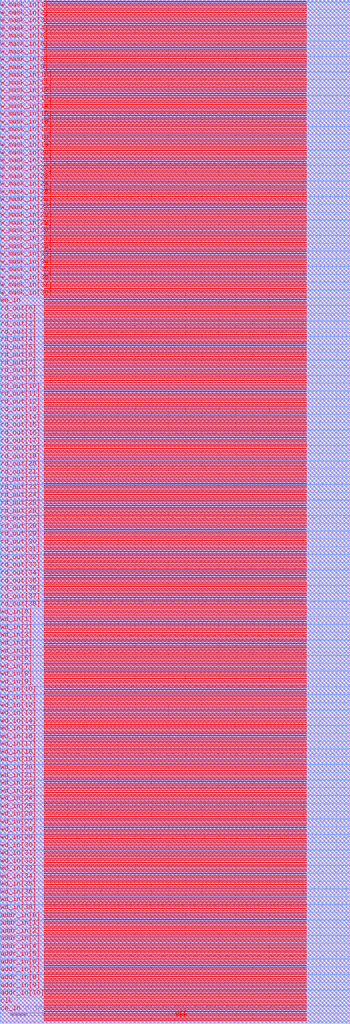
<source format=lef>
VERSION 5.7 ;
BUSBITCHARS "[]" ;
MACRO fakeram45_2048x39
  FOREIGN fakeram45_2048x39 0 0 ;
  SYMMETRY X Y R90 ;
  SIZE 103.989 BY 303.648 ;
  CLASS BLOCK ;
  PIN w_mask_in[0]
    DIRECTION INPUT ;
    USE SIGNAL ;
    SHAPE ABUTMENT ;
    PORT
      LAYER metal1 ;
      RECT 0.000 302.933 0.065 302.998 ;
      LAYER metal2 ;
      RECT 0.000 302.933 0.065 302.998 ;
      LAYER metal3 ;
      RECT 0.000 302.933 0.065 302.998 ;
      LAYER metal4 ;
      RECT 0.000 302.933 0.065 302.998 ;
      END
    END w_mask_in[0]
  PIN w_mask_in[1]
    DIRECTION INPUT ;
    USE SIGNAL ;
    SHAPE ABUTMENT ;
    PORT
      LAYER metal1 ;
      RECT 0.000 300.625 0.065 300.690 ;
      LAYER metal2 ;
      RECT 0.000 300.625 0.065 300.690 ;
      LAYER metal3 ;
      RECT 0.000 300.625 0.065 300.690 ;
      LAYER metal4 ;
      RECT 0.000 300.625 0.065 300.690 ;
      END
    END w_mask_in[1]
  PIN w_mask_in[2]
    DIRECTION INPUT ;
    USE SIGNAL ;
    SHAPE ABUTMENT ;
    PORT
      LAYER metal1 ;
      RECT 0.000 298.317 0.065 298.382 ;
      LAYER metal2 ;
      RECT 0.000 298.317 0.065 298.382 ;
      LAYER metal3 ;
      RECT 0.000 298.317 0.065 298.382 ;
      LAYER metal4 ;
      RECT 0.000 298.317 0.065 298.382 ;
      END
    END w_mask_in[2]
  PIN w_mask_in[3]
    DIRECTION INPUT ;
    USE SIGNAL ;
    SHAPE ABUTMENT ;
    PORT
      LAYER metal1 ;
      RECT 0.000 296.009 0.065 296.074 ;
      LAYER metal2 ;
      RECT 0.000 296.009 0.065 296.074 ;
      LAYER metal3 ;
      RECT 0.000 296.009 0.065 296.074 ;
      LAYER metal4 ;
      RECT 0.000 296.009 0.065 296.074 ;
      END
    END w_mask_in[3]
  PIN w_mask_in[4]
    DIRECTION INPUT ;
    USE SIGNAL ;
    SHAPE ABUTMENT ;
    PORT
      LAYER metal1 ;
      RECT 0.000 293.701 0.065 293.766 ;
      LAYER metal2 ;
      RECT 0.000 293.701 0.065 293.766 ;
      LAYER metal3 ;
      RECT 0.000 293.701 0.065 293.766 ;
      LAYER metal4 ;
      RECT 0.000 293.701 0.065 293.766 ;
      END
    END w_mask_in[4]
  PIN w_mask_in[5]
    DIRECTION INPUT ;
    USE SIGNAL ;
    SHAPE ABUTMENT ;
    PORT
      LAYER metal1 ;
      RECT 0.000 291.393 0.065 291.458 ;
      LAYER metal2 ;
      RECT 0.000 291.393 0.065 291.458 ;
      LAYER metal3 ;
      RECT 0.000 291.393 0.065 291.458 ;
      LAYER metal4 ;
      RECT 0.000 291.393 0.065 291.458 ;
      END
    END w_mask_in[5]
  PIN w_mask_in[6]
    DIRECTION INPUT ;
    USE SIGNAL ;
    SHAPE ABUTMENT ;
    PORT
      LAYER metal1 ;
      RECT 0.000 289.085 0.065 289.150 ;
      LAYER metal2 ;
      RECT 0.000 289.085 0.065 289.150 ;
      LAYER metal3 ;
      RECT 0.000 289.085 0.065 289.150 ;
      LAYER metal4 ;
      RECT 0.000 289.085 0.065 289.150 ;
      END
    END w_mask_in[6]
  PIN w_mask_in[7]
    DIRECTION INPUT ;
    USE SIGNAL ;
    SHAPE ABUTMENT ;
    PORT
      LAYER metal1 ;
      RECT 0.000 286.777 0.065 286.842 ;
      LAYER metal2 ;
      RECT 0.000 286.777 0.065 286.842 ;
      LAYER metal3 ;
      RECT 0.000 286.777 0.065 286.842 ;
      LAYER metal4 ;
      RECT 0.000 286.777 0.065 286.842 ;
      END
    END w_mask_in[7]
  PIN w_mask_in[8]
    DIRECTION INPUT ;
    USE SIGNAL ;
    SHAPE ABUTMENT ;
    PORT
      LAYER metal1 ;
      RECT 0.000 284.469 0.065 284.534 ;
      LAYER metal2 ;
      RECT 0.000 284.469 0.065 284.534 ;
      LAYER metal3 ;
      RECT 0.000 284.469 0.065 284.534 ;
      LAYER metal4 ;
      RECT 0.000 284.469 0.065 284.534 ;
      END
    END w_mask_in[8]
  PIN w_mask_in[9]
    DIRECTION INPUT ;
    USE SIGNAL ;
    SHAPE ABUTMENT ;
    PORT
      LAYER metal1 ;
      RECT 0.000 282.161 0.065 282.226 ;
      LAYER metal2 ;
      RECT 0.000 282.161 0.065 282.226 ;
      LAYER metal3 ;
      RECT 0.000 282.161 0.065 282.226 ;
      LAYER metal4 ;
      RECT 0.000 282.161 0.065 282.226 ;
      END
    END w_mask_in[9]
  PIN w_mask_in[10]
    DIRECTION INPUT ;
    USE SIGNAL ;
    SHAPE ABUTMENT ;
    PORT
      LAYER metal1 ;
      RECT 0.000 279.853 0.065 279.918 ;
      LAYER metal2 ;
      RECT 0.000 279.853 0.065 279.918 ;
      LAYER metal3 ;
      RECT 0.000 279.853 0.065 279.918 ;
      LAYER metal4 ;
      RECT 0.000 279.853 0.065 279.918 ;
      END
    END w_mask_in[10]
  PIN w_mask_in[11]
    DIRECTION INPUT ;
    USE SIGNAL ;
    SHAPE ABUTMENT ;
    PORT
      LAYER metal1 ;
      RECT 0.000 277.545 0.065 277.610 ;
      LAYER metal2 ;
      RECT 0.000 277.545 0.065 277.610 ;
      LAYER metal3 ;
      RECT 0.000 277.545 0.065 277.610 ;
      LAYER metal4 ;
      RECT 0.000 277.545 0.065 277.610 ;
      END
    END w_mask_in[11]
  PIN w_mask_in[12]
    DIRECTION INPUT ;
    USE SIGNAL ;
    SHAPE ABUTMENT ;
    PORT
      LAYER metal1 ;
      RECT 0.000 275.237 0.065 275.302 ;
      LAYER metal2 ;
      RECT 0.000 275.237 0.065 275.302 ;
      LAYER metal3 ;
      RECT 0.000 275.237 0.065 275.302 ;
      LAYER metal4 ;
      RECT 0.000 275.237 0.065 275.302 ;
      END
    END w_mask_in[12]
  PIN w_mask_in[13]
    DIRECTION INPUT ;
    USE SIGNAL ;
    SHAPE ABUTMENT ;
    PORT
      LAYER metal1 ;
      RECT 0.000 272.929 0.065 272.994 ;
      LAYER metal2 ;
      RECT 0.000 272.929 0.065 272.994 ;
      LAYER metal3 ;
      RECT 0.000 272.929 0.065 272.994 ;
      LAYER metal4 ;
      RECT 0.000 272.929 0.065 272.994 ;
      END
    END w_mask_in[13]
  PIN w_mask_in[14]
    DIRECTION INPUT ;
    USE SIGNAL ;
    SHAPE ABUTMENT ;
    PORT
      LAYER metal1 ;
      RECT 0.000 270.621 0.065 270.686 ;
      LAYER metal2 ;
      RECT 0.000 270.621 0.065 270.686 ;
      LAYER metal3 ;
      RECT 0.000 270.621 0.065 270.686 ;
      LAYER metal4 ;
      RECT 0.000 270.621 0.065 270.686 ;
      END
    END w_mask_in[14]
  PIN w_mask_in[15]
    DIRECTION INPUT ;
    USE SIGNAL ;
    SHAPE ABUTMENT ;
    PORT
      LAYER metal1 ;
      RECT 0.000 268.313 0.065 268.378 ;
      LAYER metal2 ;
      RECT 0.000 268.313 0.065 268.378 ;
      LAYER metal3 ;
      RECT 0.000 268.313 0.065 268.378 ;
      LAYER metal4 ;
      RECT 0.000 268.313 0.065 268.378 ;
      END
    END w_mask_in[15]
  PIN w_mask_in[16]
    DIRECTION INPUT ;
    USE SIGNAL ;
    SHAPE ABUTMENT ;
    PORT
      LAYER metal1 ;
      RECT 0.000 266.005 0.065 266.070 ;
      LAYER metal2 ;
      RECT 0.000 266.005 0.065 266.070 ;
      LAYER metal3 ;
      RECT 0.000 266.005 0.065 266.070 ;
      LAYER metal4 ;
      RECT 0.000 266.005 0.065 266.070 ;
      END
    END w_mask_in[16]
  PIN w_mask_in[17]
    DIRECTION INPUT ;
    USE SIGNAL ;
    SHAPE ABUTMENT ;
    PORT
      LAYER metal1 ;
      RECT 0.000 263.697 0.065 263.762 ;
      LAYER metal2 ;
      RECT 0.000 263.697 0.065 263.762 ;
      LAYER metal3 ;
      RECT 0.000 263.697 0.065 263.762 ;
      LAYER metal4 ;
      RECT 0.000 263.697 0.065 263.762 ;
      END
    END w_mask_in[17]
  PIN w_mask_in[18]
    DIRECTION INPUT ;
    USE SIGNAL ;
    SHAPE ABUTMENT ;
    PORT
      LAYER metal1 ;
      RECT 0.000 261.389 0.065 261.454 ;
      LAYER metal2 ;
      RECT 0.000 261.389 0.065 261.454 ;
      LAYER metal3 ;
      RECT 0.000 261.389 0.065 261.454 ;
      LAYER metal4 ;
      RECT 0.000 261.389 0.065 261.454 ;
      END
    END w_mask_in[18]
  PIN w_mask_in[19]
    DIRECTION INPUT ;
    USE SIGNAL ;
    SHAPE ABUTMENT ;
    PORT
      LAYER metal1 ;
      RECT 0.000 259.081 0.065 259.146 ;
      LAYER metal2 ;
      RECT 0.000 259.081 0.065 259.146 ;
      LAYER metal3 ;
      RECT 0.000 259.081 0.065 259.146 ;
      LAYER metal4 ;
      RECT 0.000 259.081 0.065 259.146 ;
      END
    END w_mask_in[19]
  PIN w_mask_in[20]
    DIRECTION INPUT ;
    USE SIGNAL ;
    SHAPE ABUTMENT ;
    PORT
      LAYER metal1 ;
      RECT 0.000 256.773 0.065 256.838 ;
      LAYER metal2 ;
      RECT 0.000 256.773 0.065 256.838 ;
      LAYER metal3 ;
      RECT 0.000 256.773 0.065 256.838 ;
      LAYER metal4 ;
      RECT 0.000 256.773 0.065 256.838 ;
      END
    END w_mask_in[20]
  PIN w_mask_in[21]
    DIRECTION INPUT ;
    USE SIGNAL ;
    SHAPE ABUTMENT ;
    PORT
      LAYER metal1 ;
      RECT 0.000 254.465 0.065 254.530 ;
      LAYER metal2 ;
      RECT 0.000 254.465 0.065 254.530 ;
      LAYER metal3 ;
      RECT 0.000 254.465 0.065 254.530 ;
      LAYER metal4 ;
      RECT 0.000 254.465 0.065 254.530 ;
      END
    END w_mask_in[21]
  PIN w_mask_in[22]
    DIRECTION INPUT ;
    USE SIGNAL ;
    SHAPE ABUTMENT ;
    PORT
      LAYER metal1 ;
      RECT 0.000 252.157 0.065 252.222 ;
      LAYER metal2 ;
      RECT 0.000 252.157 0.065 252.222 ;
      LAYER metal3 ;
      RECT 0.000 252.157 0.065 252.222 ;
      LAYER metal4 ;
      RECT 0.000 252.157 0.065 252.222 ;
      END
    END w_mask_in[22]
  PIN w_mask_in[23]
    DIRECTION INPUT ;
    USE SIGNAL ;
    SHAPE ABUTMENT ;
    PORT
      LAYER metal1 ;
      RECT 0.000 249.849 0.065 249.914 ;
      LAYER metal2 ;
      RECT 0.000 249.849 0.065 249.914 ;
      LAYER metal3 ;
      RECT 0.000 249.849 0.065 249.914 ;
      LAYER metal4 ;
      RECT 0.000 249.849 0.065 249.914 ;
      END
    END w_mask_in[23]
  PIN w_mask_in[24]
    DIRECTION INPUT ;
    USE SIGNAL ;
    SHAPE ABUTMENT ;
    PORT
      LAYER metal1 ;
      RECT 0.000 247.541 0.065 247.606 ;
      LAYER metal2 ;
      RECT 0.000 247.541 0.065 247.606 ;
      LAYER metal3 ;
      RECT 0.000 247.541 0.065 247.606 ;
      LAYER metal4 ;
      RECT 0.000 247.541 0.065 247.606 ;
      END
    END w_mask_in[24]
  PIN w_mask_in[25]
    DIRECTION INPUT ;
    USE SIGNAL ;
    SHAPE ABUTMENT ;
    PORT
      LAYER metal1 ;
      RECT 0.000 245.233 0.065 245.298 ;
      LAYER metal2 ;
      RECT 0.000 245.233 0.065 245.298 ;
      LAYER metal3 ;
      RECT 0.000 245.233 0.065 245.298 ;
      LAYER metal4 ;
      RECT 0.000 245.233 0.065 245.298 ;
      END
    END w_mask_in[25]
  PIN w_mask_in[26]
    DIRECTION INPUT ;
    USE SIGNAL ;
    SHAPE ABUTMENT ;
    PORT
      LAYER metal1 ;
      RECT 0.000 242.925 0.065 242.990 ;
      LAYER metal2 ;
      RECT 0.000 242.925 0.065 242.990 ;
      LAYER metal3 ;
      RECT 0.000 242.925 0.065 242.990 ;
      LAYER metal4 ;
      RECT 0.000 242.925 0.065 242.990 ;
      END
    END w_mask_in[26]
  PIN w_mask_in[27]
    DIRECTION INPUT ;
    USE SIGNAL ;
    SHAPE ABUTMENT ;
    PORT
      LAYER metal1 ;
      RECT 0.000 240.617 0.065 240.682 ;
      LAYER metal2 ;
      RECT 0.000 240.617 0.065 240.682 ;
      LAYER metal3 ;
      RECT 0.000 240.617 0.065 240.682 ;
      LAYER metal4 ;
      RECT 0.000 240.617 0.065 240.682 ;
      END
    END w_mask_in[27]
  PIN w_mask_in[28]
    DIRECTION INPUT ;
    USE SIGNAL ;
    SHAPE ABUTMENT ;
    PORT
      LAYER metal1 ;
      RECT 0.000 238.309 0.065 238.374 ;
      LAYER metal2 ;
      RECT 0.000 238.309 0.065 238.374 ;
      LAYER metal3 ;
      RECT 0.000 238.309 0.065 238.374 ;
      LAYER metal4 ;
      RECT 0.000 238.309 0.065 238.374 ;
      END
    END w_mask_in[28]
  PIN w_mask_in[29]
    DIRECTION INPUT ;
    USE SIGNAL ;
    SHAPE ABUTMENT ;
    PORT
      LAYER metal1 ;
      RECT 0.000 236.001 0.065 236.066 ;
      LAYER metal2 ;
      RECT 0.000 236.001 0.065 236.066 ;
      LAYER metal3 ;
      RECT 0.000 236.001 0.065 236.066 ;
      LAYER metal4 ;
      RECT 0.000 236.001 0.065 236.066 ;
      END
    END w_mask_in[29]
  PIN w_mask_in[30]
    DIRECTION INPUT ;
    USE SIGNAL ;
    SHAPE ABUTMENT ;
    PORT
      LAYER metal1 ;
      RECT 0.000 233.693 0.065 233.758 ;
      LAYER metal2 ;
      RECT 0.000 233.693 0.065 233.758 ;
      LAYER metal3 ;
      RECT 0.000 233.693 0.065 233.758 ;
      LAYER metal4 ;
      RECT 0.000 233.693 0.065 233.758 ;
      END
    END w_mask_in[30]
  PIN w_mask_in[31]
    DIRECTION INPUT ;
    USE SIGNAL ;
    SHAPE ABUTMENT ;
    PORT
      LAYER metal1 ;
      RECT 0.000 231.385 0.065 231.450 ;
      LAYER metal2 ;
      RECT 0.000 231.385 0.065 231.450 ;
      LAYER metal3 ;
      RECT 0.000 231.385 0.065 231.450 ;
      LAYER metal4 ;
      RECT 0.000 231.385 0.065 231.450 ;
      END
    END w_mask_in[31]
  PIN w_mask_in[32]
    DIRECTION INPUT ;
    USE SIGNAL ;
    SHAPE ABUTMENT ;
    PORT
      LAYER metal1 ;
      RECT 0.000 229.077 0.065 229.142 ;
      LAYER metal2 ;
      RECT 0.000 229.077 0.065 229.142 ;
      LAYER metal3 ;
      RECT 0.000 229.077 0.065 229.142 ;
      LAYER metal4 ;
      RECT 0.000 229.077 0.065 229.142 ;
      END
    END w_mask_in[32]
  PIN w_mask_in[33]
    DIRECTION INPUT ;
    USE SIGNAL ;
    SHAPE ABUTMENT ;
    PORT
      LAYER metal1 ;
      RECT 0.000 226.769 0.065 226.834 ;
      LAYER metal2 ;
      RECT 0.000 226.769 0.065 226.834 ;
      LAYER metal3 ;
      RECT 0.000 226.769 0.065 226.834 ;
      LAYER metal4 ;
      RECT 0.000 226.769 0.065 226.834 ;
      END
    END w_mask_in[33]
  PIN w_mask_in[34]
    DIRECTION INPUT ;
    USE SIGNAL ;
    SHAPE ABUTMENT ;
    PORT
      LAYER metal1 ;
      RECT 0.000 224.461 0.065 224.526 ;
      LAYER metal2 ;
      RECT 0.000 224.461 0.065 224.526 ;
      LAYER metal3 ;
      RECT 0.000 224.461 0.065 224.526 ;
      LAYER metal4 ;
      RECT 0.000 224.461 0.065 224.526 ;
      END
    END w_mask_in[34]
  PIN w_mask_in[35]
    DIRECTION INPUT ;
    USE SIGNAL ;
    SHAPE ABUTMENT ;
    PORT
      LAYER metal1 ;
      RECT 0.000 222.153 0.065 222.218 ;
      LAYER metal2 ;
      RECT 0.000 222.153 0.065 222.218 ;
      LAYER metal3 ;
      RECT 0.000 222.153 0.065 222.218 ;
      LAYER metal4 ;
      RECT 0.000 222.153 0.065 222.218 ;
      END
    END w_mask_in[35]
  PIN w_mask_in[36]
    DIRECTION INPUT ;
    USE SIGNAL ;
    SHAPE ABUTMENT ;
    PORT
      LAYER metal1 ;
      RECT 0.000 219.845 0.065 219.910 ;
      LAYER metal2 ;
      RECT 0.000 219.845 0.065 219.910 ;
      LAYER metal3 ;
      RECT 0.000 219.845 0.065 219.910 ;
      LAYER metal4 ;
      RECT 0.000 219.845 0.065 219.910 ;
      END
    END w_mask_in[36]
  PIN w_mask_in[37]
    DIRECTION INPUT ;
    USE SIGNAL ;
    SHAPE ABUTMENT ;
    PORT
      LAYER metal1 ;
      RECT 0.000 217.537 0.065 217.602 ;
      LAYER metal2 ;
      RECT 0.000 217.537 0.065 217.602 ;
      LAYER metal3 ;
      RECT 0.000 217.537 0.065 217.602 ;
      LAYER metal4 ;
      RECT 0.000 217.537 0.065 217.602 ;
      END
    END w_mask_in[37]
  PIN w_mask_in[38]
    DIRECTION INPUT ;
    USE SIGNAL ;
    SHAPE ABUTMENT ;
    PORT
      LAYER metal1 ;
      RECT 0.000 215.229 0.065 215.294 ;
      LAYER metal2 ;
      RECT 0.000 215.229 0.065 215.294 ;
      LAYER metal3 ;
      RECT 0.000 215.229 0.065 215.294 ;
      LAYER metal4 ;
      RECT 0.000 215.229 0.065 215.294 ;
      END
    END w_mask_in[38]
  PIN we_in
    DIRECTION INPUT ;
    USE SIGNAL ;
    SHAPE ABUTMENT ;
    PORT
      LAYER metal1 ;
      RECT 0.000 212.921 0.065 212.986 ;
      LAYER metal2 ;
      RECT 0.000 212.921 0.065 212.986 ;
      LAYER metal3 ;
      RECT 0.000 212.921 0.065 212.986 ;
      LAYER metal4 ;
      RECT 0.000 212.921 0.065 212.986 ;
      END
    END we_in
  PIN rd_out[0]
    DIRECTION OUTPUT ;
    USE SIGNAL ;
    SHAPE ABUTMENT ;
    PORT
      LAYER metal1 ;
      RECT 0.000 210.613 0.065 210.678 ;
      LAYER metal2 ;
      RECT 0.000 210.613 0.065 210.678 ;
      LAYER metal3 ;
      RECT 0.000 210.613 0.065 210.678 ;
      LAYER metal4 ;
      RECT 0.000 210.613 0.065 210.678 ;
      END
    END rd_out[0]
  PIN rd_out[1]
    DIRECTION OUTPUT ;
    USE SIGNAL ;
    SHAPE ABUTMENT ;
    PORT
      LAYER metal1 ;
      RECT 0.000 208.305 0.065 208.370 ;
      LAYER metal2 ;
      RECT 0.000 208.305 0.065 208.370 ;
      LAYER metal3 ;
      RECT 0.000 208.305 0.065 208.370 ;
      LAYER metal4 ;
      RECT 0.000 208.305 0.065 208.370 ;
      END
    END rd_out[1]
  PIN rd_out[2]
    DIRECTION OUTPUT ;
    USE SIGNAL ;
    SHAPE ABUTMENT ;
    PORT
      LAYER metal1 ;
      RECT 0.000 205.997 0.065 206.062 ;
      LAYER metal2 ;
      RECT 0.000 205.997 0.065 206.062 ;
      LAYER metal3 ;
      RECT 0.000 205.997 0.065 206.062 ;
      LAYER metal4 ;
      RECT 0.000 205.997 0.065 206.062 ;
      END
    END rd_out[2]
  PIN rd_out[3]
    DIRECTION OUTPUT ;
    USE SIGNAL ;
    SHAPE ABUTMENT ;
    PORT
      LAYER metal1 ;
      RECT 0.000 203.689 0.065 203.754 ;
      LAYER metal2 ;
      RECT 0.000 203.689 0.065 203.754 ;
      LAYER metal3 ;
      RECT 0.000 203.689 0.065 203.754 ;
      LAYER metal4 ;
      RECT 0.000 203.689 0.065 203.754 ;
      END
    END rd_out[3]
  PIN rd_out[4]
    DIRECTION OUTPUT ;
    USE SIGNAL ;
    SHAPE ABUTMENT ;
    PORT
      LAYER metal1 ;
      RECT 0.000 201.381 0.065 201.446 ;
      LAYER metal2 ;
      RECT 0.000 201.381 0.065 201.446 ;
      LAYER metal3 ;
      RECT 0.000 201.381 0.065 201.446 ;
      LAYER metal4 ;
      RECT 0.000 201.381 0.065 201.446 ;
      END
    END rd_out[4]
  PIN rd_out[5]
    DIRECTION OUTPUT ;
    USE SIGNAL ;
    SHAPE ABUTMENT ;
    PORT
      LAYER metal1 ;
      RECT 0.000 199.073 0.065 199.138 ;
      LAYER metal2 ;
      RECT 0.000 199.073 0.065 199.138 ;
      LAYER metal3 ;
      RECT 0.000 199.073 0.065 199.138 ;
      LAYER metal4 ;
      RECT 0.000 199.073 0.065 199.138 ;
      END
    END rd_out[5]
  PIN rd_out[6]
    DIRECTION OUTPUT ;
    USE SIGNAL ;
    SHAPE ABUTMENT ;
    PORT
      LAYER metal1 ;
      RECT 0.000 196.765 0.065 196.830 ;
      LAYER metal2 ;
      RECT 0.000 196.765 0.065 196.830 ;
      LAYER metal3 ;
      RECT 0.000 196.765 0.065 196.830 ;
      LAYER metal4 ;
      RECT 0.000 196.765 0.065 196.830 ;
      END
    END rd_out[6]
  PIN rd_out[7]
    DIRECTION OUTPUT ;
    USE SIGNAL ;
    SHAPE ABUTMENT ;
    PORT
      LAYER metal1 ;
      RECT 0.000 194.457 0.065 194.522 ;
      LAYER metal2 ;
      RECT 0.000 194.457 0.065 194.522 ;
      LAYER metal3 ;
      RECT 0.000 194.457 0.065 194.522 ;
      LAYER metal4 ;
      RECT 0.000 194.457 0.065 194.522 ;
      END
    END rd_out[7]
  PIN rd_out[8]
    DIRECTION OUTPUT ;
    USE SIGNAL ;
    SHAPE ABUTMENT ;
    PORT
      LAYER metal1 ;
      RECT 0.000 192.149 0.065 192.214 ;
      LAYER metal2 ;
      RECT 0.000 192.149 0.065 192.214 ;
      LAYER metal3 ;
      RECT 0.000 192.149 0.065 192.214 ;
      LAYER metal4 ;
      RECT 0.000 192.149 0.065 192.214 ;
      END
    END rd_out[8]
  PIN rd_out[9]
    DIRECTION OUTPUT ;
    USE SIGNAL ;
    SHAPE ABUTMENT ;
    PORT
      LAYER metal1 ;
      RECT 0.000 189.841 0.065 189.906 ;
      LAYER metal2 ;
      RECT 0.000 189.841 0.065 189.906 ;
      LAYER metal3 ;
      RECT 0.000 189.841 0.065 189.906 ;
      LAYER metal4 ;
      RECT 0.000 189.841 0.065 189.906 ;
      END
    END rd_out[9]
  PIN rd_out[10]
    DIRECTION OUTPUT ;
    USE SIGNAL ;
    SHAPE ABUTMENT ;
    PORT
      LAYER metal1 ;
      RECT 0.000 187.533 0.065 187.598 ;
      LAYER metal2 ;
      RECT 0.000 187.533 0.065 187.598 ;
      LAYER metal3 ;
      RECT 0.000 187.533 0.065 187.598 ;
      LAYER metal4 ;
      RECT 0.000 187.533 0.065 187.598 ;
      END
    END rd_out[10]
  PIN rd_out[11]
    DIRECTION OUTPUT ;
    USE SIGNAL ;
    SHAPE ABUTMENT ;
    PORT
      LAYER metal1 ;
      RECT 0.000 185.225 0.065 185.290 ;
      LAYER metal2 ;
      RECT 0.000 185.225 0.065 185.290 ;
      LAYER metal3 ;
      RECT 0.000 185.225 0.065 185.290 ;
      LAYER metal4 ;
      RECT 0.000 185.225 0.065 185.290 ;
      END
    END rd_out[11]
  PIN rd_out[12]
    DIRECTION OUTPUT ;
    USE SIGNAL ;
    SHAPE ABUTMENT ;
    PORT
      LAYER metal1 ;
      RECT 0.000 182.917 0.065 182.982 ;
      LAYER metal2 ;
      RECT 0.000 182.917 0.065 182.982 ;
      LAYER metal3 ;
      RECT 0.000 182.917 0.065 182.982 ;
      LAYER metal4 ;
      RECT 0.000 182.917 0.065 182.982 ;
      END
    END rd_out[12]
  PIN rd_out[13]
    DIRECTION OUTPUT ;
    USE SIGNAL ;
    SHAPE ABUTMENT ;
    PORT
      LAYER metal1 ;
      RECT 0.000 180.609 0.065 180.674 ;
      LAYER metal2 ;
      RECT 0.000 180.609 0.065 180.674 ;
      LAYER metal3 ;
      RECT 0.000 180.609 0.065 180.674 ;
      LAYER metal4 ;
      RECT 0.000 180.609 0.065 180.674 ;
      END
    END rd_out[13]
  PIN rd_out[14]
    DIRECTION OUTPUT ;
    USE SIGNAL ;
    SHAPE ABUTMENT ;
    PORT
      LAYER metal1 ;
      RECT 0.000 178.301 0.065 178.366 ;
      LAYER metal2 ;
      RECT 0.000 178.301 0.065 178.366 ;
      LAYER metal3 ;
      RECT 0.000 178.301 0.065 178.366 ;
      LAYER metal4 ;
      RECT 0.000 178.301 0.065 178.366 ;
      END
    END rd_out[14]
  PIN rd_out[15]
    DIRECTION OUTPUT ;
    USE SIGNAL ;
    SHAPE ABUTMENT ;
    PORT
      LAYER metal1 ;
      RECT 0.000 175.993 0.065 176.058 ;
      LAYER metal2 ;
      RECT 0.000 175.993 0.065 176.058 ;
      LAYER metal3 ;
      RECT 0.000 175.993 0.065 176.058 ;
      LAYER metal4 ;
      RECT 0.000 175.993 0.065 176.058 ;
      END
    END rd_out[15]
  PIN rd_out[16]
    DIRECTION OUTPUT ;
    USE SIGNAL ;
    SHAPE ABUTMENT ;
    PORT
      LAYER metal1 ;
      RECT 0.000 173.685 0.065 173.750 ;
      LAYER metal2 ;
      RECT 0.000 173.685 0.065 173.750 ;
      LAYER metal3 ;
      RECT 0.000 173.685 0.065 173.750 ;
      LAYER metal4 ;
      RECT 0.000 173.685 0.065 173.750 ;
      END
    END rd_out[16]
  PIN rd_out[17]
    DIRECTION OUTPUT ;
    USE SIGNAL ;
    SHAPE ABUTMENT ;
    PORT
      LAYER metal1 ;
      RECT 0.000 171.377 0.065 171.442 ;
      LAYER metal2 ;
      RECT 0.000 171.377 0.065 171.442 ;
      LAYER metal3 ;
      RECT 0.000 171.377 0.065 171.442 ;
      LAYER metal4 ;
      RECT 0.000 171.377 0.065 171.442 ;
      END
    END rd_out[17]
  PIN rd_out[18]
    DIRECTION OUTPUT ;
    USE SIGNAL ;
    SHAPE ABUTMENT ;
    PORT
      LAYER metal1 ;
      RECT 0.000 169.069 0.065 169.134 ;
      LAYER metal2 ;
      RECT 0.000 169.069 0.065 169.134 ;
      LAYER metal3 ;
      RECT 0.000 169.069 0.065 169.134 ;
      LAYER metal4 ;
      RECT 0.000 169.069 0.065 169.134 ;
      END
    END rd_out[18]
  PIN rd_out[19]
    DIRECTION OUTPUT ;
    USE SIGNAL ;
    SHAPE ABUTMENT ;
    PORT
      LAYER metal1 ;
      RECT 0.000 166.761 0.065 166.826 ;
      LAYER metal2 ;
      RECT 0.000 166.761 0.065 166.826 ;
      LAYER metal3 ;
      RECT 0.000 166.761 0.065 166.826 ;
      LAYER metal4 ;
      RECT 0.000 166.761 0.065 166.826 ;
      END
    END rd_out[19]
  PIN rd_out[20]
    DIRECTION OUTPUT ;
    USE SIGNAL ;
    SHAPE ABUTMENT ;
    PORT
      LAYER metal1 ;
      RECT 0.000 164.453 0.065 164.518 ;
      LAYER metal2 ;
      RECT 0.000 164.453 0.065 164.518 ;
      LAYER metal3 ;
      RECT 0.000 164.453 0.065 164.518 ;
      LAYER metal4 ;
      RECT 0.000 164.453 0.065 164.518 ;
      END
    END rd_out[20]
  PIN rd_out[21]
    DIRECTION OUTPUT ;
    USE SIGNAL ;
    SHAPE ABUTMENT ;
    PORT
      LAYER metal1 ;
      RECT 0.000 162.145 0.065 162.210 ;
      LAYER metal2 ;
      RECT 0.000 162.145 0.065 162.210 ;
      LAYER metal3 ;
      RECT 0.000 162.145 0.065 162.210 ;
      LAYER metal4 ;
      RECT 0.000 162.145 0.065 162.210 ;
      END
    END rd_out[21]
  PIN rd_out[22]
    DIRECTION OUTPUT ;
    USE SIGNAL ;
    SHAPE ABUTMENT ;
    PORT
      LAYER metal1 ;
      RECT 0.000 159.837 0.065 159.902 ;
      LAYER metal2 ;
      RECT 0.000 159.837 0.065 159.902 ;
      LAYER metal3 ;
      RECT 0.000 159.837 0.065 159.902 ;
      LAYER metal4 ;
      RECT 0.000 159.837 0.065 159.902 ;
      END
    END rd_out[22]
  PIN rd_out[23]
    DIRECTION OUTPUT ;
    USE SIGNAL ;
    SHAPE ABUTMENT ;
    PORT
      LAYER metal1 ;
      RECT 0.000 157.529 0.065 157.594 ;
      LAYER metal2 ;
      RECT 0.000 157.529 0.065 157.594 ;
      LAYER metal3 ;
      RECT 0.000 157.529 0.065 157.594 ;
      LAYER metal4 ;
      RECT 0.000 157.529 0.065 157.594 ;
      END
    END rd_out[23]
  PIN rd_out[24]
    DIRECTION OUTPUT ;
    USE SIGNAL ;
    SHAPE ABUTMENT ;
    PORT
      LAYER metal1 ;
      RECT 0.000 155.221 0.065 155.286 ;
      LAYER metal2 ;
      RECT 0.000 155.221 0.065 155.286 ;
      LAYER metal3 ;
      RECT 0.000 155.221 0.065 155.286 ;
      LAYER metal4 ;
      RECT 0.000 155.221 0.065 155.286 ;
      END
    END rd_out[24]
  PIN rd_out[25]
    DIRECTION OUTPUT ;
    USE SIGNAL ;
    SHAPE ABUTMENT ;
    PORT
      LAYER metal1 ;
      RECT 0.000 152.913 0.065 152.978 ;
      LAYER metal2 ;
      RECT 0.000 152.913 0.065 152.978 ;
      LAYER metal3 ;
      RECT 0.000 152.913 0.065 152.978 ;
      LAYER metal4 ;
      RECT 0.000 152.913 0.065 152.978 ;
      END
    END rd_out[25]
  PIN rd_out[26]
    DIRECTION OUTPUT ;
    USE SIGNAL ;
    SHAPE ABUTMENT ;
    PORT
      LAYER metal1 ;
      RECT 0.000 150.605 0.065 150.670 ;
      LAYER metal2 ;
      RECT 0.000 150.605 0.065 150.670 ;
      LAYER metal3 ;
      RECT 0.000 150.605 0.065 150.670 ;
      LAYER metal4 ;
      RECT 0.000 150.605 0.065 150.670 ;
      END
    END rd_out[26]
  PIN rd_out[27]
    DIRECTION OUTPUT ;
    USE SIGNAL ;
    SHAPE ABUTMENT ;
    PORT
      LAYER metal1 ;
      RECT 0.000 148.297 0.065 148.362 ;
      LAYER metal2 ;
      RECT 0.000 148.297 0.065 148.362 ;
      LAYER metal3 ;
      RECT 0.000 148.297 0.065 148.362 ;
      LAYER metal4 ;
      RECT 0.000 148.297 0.065 148.362 ;
      END
    END rd_out[27]
  PIN rd_out[28]
    DIRECTION OUTPUT ;
    USE SIGNAL ;
    SHAPE ABUTMENT ;
    PORT
      LAYER metal1 ;
      RECT 0.000 145.989 0.065 146.054 ;
      LAYER metal2 ;
      RECT 0.000 145.989 0.065 146.054 ;
      LAYER metal3 ;
      RECT 0.000 145.989 0.065 146.054 ;
      LAYER metal4 ;
      RECT 0.000 145.989 0.065 146.054 ;
      END
    END rd_out[28]
  PIN rd_out[29]
    DIRECTION OUTPUT ;
    USE SIGNAL ;
    SHAPE ABUTMENT ;
    PORT
      LAYER metal1 ;
      RECT 0.000 143.681 0.065 143.746 ;
      LAYER metal2 ;
      RECT 0.000 143.681 0.065 143.746 ;
      LAYER metal3 ;
      RECT 0.000 143.681 0.065 143.746 ;
      LAYER metal4 ;
      RECT 0.000 143.681 0.065 143.746 ;
      END
    END rd_out[29]
  PIN rd_out[30]
    DIRECTION OUTPUT ;
    USE SIGNAL ;
    SHAPE ABUTMENT ;
    PORT
      LAYER metal1 ;
      RECT 0.000 141.373 0.065 141.438 ;
      LAYER metal2 ;
      RECT 0.000 141.373 0.065 141.438 ;
      LAYER metal3 ;
      RECT 0.000 141.373 0.065 141.438 ;
      LAYER metal4 ;
      RECT 0.000 141.373 0.065 141.438 ;
      END
    END rd_out[30]
  PIN rd_out[31]
    DIRECTION OUTPUT ;
    USE SIGNAL ;
    SHAPE ABUTMENT ;
    PORT
      LAYER metal1 ;
      RECT 0.000 139.065 0.065 139.130 ;
      LAYER metal2 ;
      RECT 0.000 139.065 0.065 139.130 ;
      LAYER metal3 ;
      RECT 0.000 139.065 0.065 139.130 ;
      LAYER metal4 ;
      RECT 0.000 139.065 0.065 139.130 ;
      END
    END rd_out[31]
  PIN rd_out[32]
    DIRECTION OUTPUT ;
    USE SIGNAL ;
    SHAPE ABUTMENT ;
    PORT
      LAYER metal1 ;
      RECT 0.000 136.757 0.065 136.822 ;
      LAYER metal2 ;
      RECT 0.000 136.757 0.065 136.822 ;
      LAYER metal3 ;
      RECT 0.000 136.757 0.065 136.822 ;
      LAYER metal4 ;
      RECT 0.000 136.757 0.065 136.822 ;
      END
    END rd_out[32]
  PIN rd_out[33]
    DIRECTION OUTPUT ;
    USE SIGNAL ;
    SHAPE ABUTMENT ;
    PORT
      LAYER metal1 ;
      RECT 0.000 134.449 0.065 134.514 ;
      LAYER metal2 ;
      RECT 0.000 134.449 0.065 134.514 ;
      LAYER metal3 ;
      RECT 0.000 134.449 0.065 134.514 ;
      LAYER metal4 ;
      RECT 0.000 134.449 0.065 134.514 ;
      END
    END rd_out[33]
  PIN rd_out[34]
    DIRECTION OUTPUT ;
    USE SIGNAL ;
    SHAPE ABUTMENT ;
    PORT
      LAYER metal1 ;
      RECT 0.000 132.141 0.065 132.206 ;
      LAYER metal2 ;
      RECT 0.000 132.141 0.065 132.206 ;
      LAYER metal3 ;
      RECT 0.000 132.141 0.065 132.206 ;
      LAYER metal4 ;
      RECT 0.000 132.141 0.065 132.206 ;
      END
    END rd_out[34]
  PIN rd_out[35]
    DIRECTION OUTPUT ;
    USE SIGNAL ;
    SHAPE ABUTMENT ;
    PORT
      LAYER metal1 ;
      RECT 0.000 129.833 0.065 129.898 ;
      LAYER metal2 ;
      RECT 0.000 129.833 0.065 129.898 ;
      LAYER metal3 ;
      RECT 0.000 129.833 0.065 129.898 ;
      LAYER metal4 ;
      RECT 0.000 129.833 0.065 129.898 ;
      END
    END rd_out[35]
  PIN rd_out[36]
    DIRECTION OUTPUT ;
    USE SIGNAL ;
    SHAPE ABUTMENT ;
    PORT
      LAYER metal1 ;
      RECT 0.000 127.525 0.065 127.590 ;
      LAYER metal2 ;
      RECT 0.000 127.525 0.065 127.590 ;
      LAYER metal3 ;
      RECT 0.000 127.525 0.065 127.590 ;
      LAYER metal4 ;
      RECT 0.000 127.525 0.065 127.590 ;
      END
    END rd_out[36]
  PIN rd_out[37]
    DIRECTION OUTPUT ;
    USE SIGNAL ;
    SHAPE ABUTMENT ;
    PORT
      LAYER metal1 ;
      RECT 0.000 125.217 0.065 125.282 ;
      LAYER metal2 ;
      RECT 0.000 125.217 0.065 125.282 ;
      LAYER metal3 ;
      RECT 0.000 125.217 0.065 125.282 ;
      LAYER metal4 ;
      RECT 0.000 125.217 0.065 125.282 ;
      END
    END rd_out[37]
  PIN rd_out[38]
    DIRECTION OUTPUT ;
    USE SIGNAL ;
    SHAPE ABUTMENT ;
    PORT
      LAYER metal1 ;
      RECT 0.000 122.909 0.065 122.974 ;
      LAYER metal2 ;
      RECT 0.000 122.909 0.065 122.974 ;
      LAYER metal3 ;
      RECT 0.000 122.909 0.065 122.974 ;
      LAYER metal4 ;
      RECT 0.000 122.909 0.065 122.974 ;
      END
    END rd_out[38]
  PIN wd_in[0]
    DIRECTION INPUT ;
    USE SIGNAL ;
    SHAPE ABUTMENT ;
    PORT
      LAYER metal1 ;
      RECT 0.000 120.601 0.065 120.666 ;
      LAYER metal2 ;
      RECT 0.000 120.601 0.065 120.666 ;
      LAYER metal3 ;
      RECT 0.000 120.601 0.065 120.666 ;
      LAYER metal4 ;
      RECT 0.000 120.601 0.065 120.666 ;
      END
    END wd_in[0]
  PIN wd_in[1]
    DIRECTION INPUT ;
    USE SIGNAL ;
    SHAPE ABUTMENT ;
    PORT
      LAYER metal1 ;
      RECT 0.000 118.293 0.065 118.358 ;
      LAYER metal2 ;
      RECT 0.000 118.293 0.065 118.358 ;
      LAYER metal3 ;
      RECT 0.000 118.293 0.065 118.358 ;
      LAYER metal4 ;
      RECT 0.000 118.293 0.065 118.358 ;
      END
    END wd_in[1]
  PIN wd_in[2]
    DIRECTION INPUT ;
    USE SIGNAL ;
    SHAPE ABUTMENT ;
    PORT
      LAYER metal1 ;
      RECT 0.000 115.985 0.065 116.050 ;
      LAYER metal2 ;
      RECT 0.000 115.985 0.065 116.050 ;
      LAYER metal3 ;
      RECT 0.000 115.985 0.065 116.050 ;
      LAYER metal4 ;
      RECT 0.000 115.985 0.065 116.050 ;
      END
    END wd_in[2]
  PIN wd_in[3]
    DIRECTION INPUT ;
    USE SIGNAL ;
    SHAPE ABUTMENT ;
    PORT
      LAYER metal1 ;
      RECT 0.000 113.677 0.065 113.742 ;
      LAYER metal2 ;
      RECT 0.000 113.677 0.065 113.742 ;
      LAYER metal3 ;
      RECT 0.000 113.677 0.065 113.742 ;
      LAYER metal4 ;
      RECT 0.000 113.677 0.065 113.742 ;
      END
    END wd_in[3]
  PIN wd_in[4]
    DIRECTION INPUT ;
    USE SIGNAL ;
    SHAPE ABUTMENT ;
    PORT
      LAYER metal1 ;
      RECT 0.000 111.369 0.065 111.434 ;
      LAYER metal2 ;
      RECT 0.000 111.369 0.065 111.434 ;
      LAYER metal3 ;
      RECT 0.000 111.369 0.065 111.434 ;
      LAYER metal4 ;
      RECT 0.000 111.369 0.065 111.434 ;
      END
    END wd_in[4]
  PIN wd_in[5]
    DIRECTION INPUT ;
    USE SIGNAL ;
    SHAPE ABUTMENT ;
    PORT
      LAYER metal1 ;
      RECT 0.000 109.061 0.065 109.126 ;
      LAYER metal2 ;
      RECT 0.000 109.061 0.065 109.126 ;
      LAYER metal3 ;
      RECT 0.000 109.061 0.065 109.126 ;
      LAYER metal4 ;
      RECT 0.000 109.061 0.065 109.126 ;
      END
    END wd_in[5]
  PIN wd_in[6]
    DIRECTION INPUT ;
    USE SIGNAL ;
    SHAPE ABUTMENT ;
    PORT
      LAYER metal1 ;
      RECT 0.000 106.753 0.065 106.818 ;
      LAYER metal2 ;
      RECT 0.000 106.753 0.065 106.818 ;
      LAYER metal3 ;
      RECT 0.000 106.753 0.065 106.818 ;
      LAYER metal4 ;
      RECT 0.000 106.753 0.065 106.818 ;
      END
    END wd_in[6]
  PIN wd_in[7]
    DIRECTION INPUT ;
    USE SIGNAL ;
    SHAPE ABUTMENT ;
    PORT
      LAYER metal1 ;
      RECT 0.000 104.445 0.065 104.510 ;
      LAYER metal2 ;
      RECT 0.000 104.445 0.065 104.510 ;
      LAYER metal3 ;
      RECT 0.000 104.445 0.065 104.510 ;
      LAYER metal4 ;
      RECT 0.000 104.445 0.065 104.510 ;
      END
    END wd_in[7]
  PIN wd_in[8]
    DIRECTION INPUT ;
    USE SIGNAL ;
    SHAPE ABUTMENT ;
    PORT
      LAYER metal1 ;
      RECT 0.000 102.137 0.065 102.202 ;
      LAYER metal2 ;
      RECT 0.000 102.137 0.065 102.202 ;
      LAYER metal3 ;
      RECT 0.000 102.137 0.065 102.202 ;
      LAYER metal4 ;
      RECT 0.000 102.137 0.065 102.202 ;
      END
    END wd_in[8]
  PIN wd_in[9]
    DIRECTION INPUT ;
    USE SIGNAL ;
    SHAPE ABUTMENT ;
    PORT
      LAYER metal1 ;
      RECT 0.000 99.829 0.065 99.894 ;
      LAYER metal2 ;
      RECT 0.000 99.829 0.065 99.894 ;
      LAYER metal3 ;
      RECT 0.000 99.829 0.065 99.894 ;
      LAYER metal4 ;
      RECT 0.000 99.829 0.065 99.894 ;
      END
    END wd_in[9]
  PIN wd_in[10]
    DIRECTION INPUT ;
    USE SIGNAL ;
    SHAPE ABUTMENT ;
    PORT
      LAYER metal1 ;
      RECT 0.000 97.521 0.065 97.586 ;
      LAYER metal2 ;
      RECT 0.000 97.521 0.065 97.586 ;
      LAYER metal3 ;
      RECT 0.000 97.521 0.065 97.586 ;
      LAYER metal4 ;
      RECT 0.000 97.521 0.065 97.586 ;
      END
    END wd_in[10]
  PIN wd_in[11]
    DIRECTION INPUT ;
    USE SIGNAL ;
    SHAPE ABUTMENT ;
    PORT
      LAYER metal1 ;
      RECT 0.000 95.213 0.065 95.278 ;
      LAYER metal2 ;
      RECT 0.000 95.213 0.065 95.278 ;
      LAYER metal3 ;
      RECT 0.000 95.213 0.065 95.278 ;
      LAYER metal4 ;
      RECT 0.000 95.213 0.065 95.278 ;
      END
    END wd_in[11]
  PIN wd_in[12]
    DIRECTION INPUT ;
    USE SIGNAL ;
    SHAPE ABUTMENT ;
    PORT
      LAYER metal1 ;
      RECT 0.000 92.905 0.065 92.970 ;
      LAYER metal2 ;
      RECT 0.000 92.905 0.065 92.970 ;
      LAYER metal3 ;
      RECT 0.000 92.905 0.065 92.970 ;
      LAYER metal4 ;
      RECT 0.000 92.905 0.065 92.970 ;
      END
    END wd_in[12]
  PIN wd_in[13]
    DIRECTION INPUT ;
    USE SIGNAL ;
    SHAPE ABUTMENT ;
    PORT
      LAYER metal1 ;
      RECT 0.000 90.597 0.065 90.662 ;
      LAYER metal2 ;
      RECT 0.000 90.597 0.065 90.662 ;
      LAYER metal3 ;
      RECT 0.000 90.597 0.065 90.662 ;
      LAYER metal4 ;
      RECT 0.000 90.597 0.065 90.662 ;
      END
    END wd_in[13]
  PIN wd_in[14]
    DIRECTION INPUT ;
    USE SIGNAL ;
    SHAPE ABUTMENT ;
    PORT
      LAYER metal1 ;
      RECT 0.000 88.289 0.065 88.354 ;
      LAYER metal2 ;
      RECT 0.000 88.289 0.065 88.354 ;
      LAYER metal3 ;
      RECT 0.000 88.289 0.065 88.354 ;
      LAYER metal4 ;
      RECT 0.000 88.289 0.065 88.354 ;
      END
    END wd_in[14]
  PIN wd_in[15]
    DIRECTION INPUT ;
    USE SIGNAL ;
    SHAPE ABUTMENT ;
    PORT
      LAYER metal1 ;
      RECT 0.000 85.981 0.065 86.046 ;
      LAYER metal2 ;
      RECT 0.000 85.981 0.065 86.046 ;
      LAYER metal3 ;
      RECT 0.000 85.981 0.065 86.046 ;
      LAYER metal4 ;
      RECT 0.000 85.981 0.065 86.046 ;
      END
    END wd_in[15]
  PIN wd_in[16]
    DIRECTION INPUT ;
    USE SIGNAL ;
    SHAPE ABUTMENT ;
    PORT
      LAYER metal1 ;
      RECT 0.000 83.673 0.065 83.738 ;
      LAYER metal2 ;
      RECT 0.000 83.673 0.065 83.738 ;
      LAYER metal3 ;
      RECT 0.000 83.673 0.065 83.738 ;
      LAYER metal4 ;
      RECT 0.000 83.673 0.065 83.738 ;
      END
    END wd_in[16]
  PIN wd_in[17]
    DIRECTION INPUT ;
    USE SIGNAL ;
    SHAPE ABUTMENT ;
    PORT
      LAYER metal1 ;
      RECT 0.000 81.365 0.065 81.430 ;
      LAYER metal2 ;
      RECT 0.000 81.365 0.065 81.430 ;
      LAYER metal3 ;
      RECT 0.000 81.365 0.065 81.430 ;
      LAYER metal4 ;
      RECT 0.000 81.365 0.065 81.430 ;
      END
    END wd_in[17]
  PIN wd_in[18]
    DIRECTION INPUT ;
    USE SIGNAL ;
    SHAPE ABUTMENT ;
    PORT
      LAYER metal1 ;
      RECT 0.000 79.057 0.065 79.122 ;
      LAYER metal2 ;
      RECT 0.000 79.057 0.065 79.122 ;
      LAYER metal3 ;
      RECT 0.000 79.057 0.065 79.122 ;
      LAYER metal4 ;
      RECT 0.000 79.057 0.065 79.122 ;
      END
    END wd_in[18]
  PIN wd_in[19]
    DIRECTION INPUT ;
    USE SIGNAL ;
    SHAPE ABUTMENT ;
    PORT
      LAYER metal1 ;
      RECT 0.000 76.749 0.065 76.814 ;
      LAYER metal2 ;
      RECT 0.000 76.749 0.065 76.814 ;
      LAYER metal3 ;
      RECT 0.000 76.749 0.065 76.814 ;
      LAYER metal4 ;
      RECT 0.000 76.749 0.065 76.814 ;
      END
    END wd_in[19]
  PIN wd_in[20]
    DIRECTION INPUT ;
    USE SIGNAL ;
    SHAPE ABUTMENT ;
    PORT
      LAYER metal1 ;
      RECT 0.000 74.441 0.065 74.506 ;
      LAYER metal2 ;
      RECT 0.000 74.441 0.065 74.506 ;
      LAYER metal3 ;
      RECT 0.000 74.441 0.065 74.506 ;
      LAYER metal4 ;
      RECT 0.000 74.441 0.065 74.506 ;
      END
    END wd_in[20]
  PIN wd_in[21]
    DIRECTION INPUT ;
    USE SIGNAL ;
    SHAPE ABUTMENT ;
    PORT
      LAYER metal1 ;
      RECT 0.000 72.133 0.065 72.198 ;
      LAYER metal2 ;
      RECT 0.000 72.133 0.065 72.198 ;
      LAYER metal3 ;
      RECT 0.000 72.133 0.065 72.198 ;
      LAYER metal4 ;
      RECT 0.000 72.133 0.065 72.198 ;
      END
    END wd_in[21]
  PIN wd_in[22]
    DIRECTION INPUT ;
    USE SIGNAL ;
    SHAPE ABUTMENT ;
    PORT
      LAYER metal1 ;
      RECT 0.000 69.825 0.065 69.890 ;
      LAYER metal2 ;
      RECT 0.000 69.825 0.065 69.890 ;
      LAYER metal3 ;
      RECT 0.000 69.825 0.065 69.890 ;
      LAYER metal4 ;
      RECT 0.000 69.825 0.065 69.890 ;
      END
    END wd_in[22]
  PIN wd_in[23]
    DIRECTION INPUT ;
    USE SIGNAL ;
    SHAPE ABUTMENT ;
    PORT
      LAYER metal1 ;
      RECT 0.000 67.517 0.065 67.582 ;
      LAYER metal2 ;
      RECT 0.000 67.517 0.065 67.582 ;
      LAYER metal3 ;
      RECT 0.000 67.517 0.065 67.582 ;
      LAYER metal4 ;
      RECT 0.000 67.517 0.065 67.582 ;
      END
    END wd_in[23]
  PIN wd_in[24]
    DIRECTION INPUT ;
    USE SIGNAL ;
    SHAPE ABUTMENT ;
    PORT
      LAYER metal1 ;
      RECT 0.000 65.209 0.065 65.274 ;
      LAYER metal2 ;
      RECT 0.000 65.209 0.065 65.274 ;
      LAYER metal3 ;
      RECT 0.000 65.209 0.065 65.274 ;
      LAYER metal4 ;
      RECT 0.000 65.209 0.065 65.274 ;
      END
    END wd_in[24]
  PIN wd_in[25]
    DIRECTION INPUT ;
    USE SIGNAL ;
    SHAPE ABUTMENT ;
    PORT
      LAYER metal1 ;
      RECT 0.000 62.901 0.065 62.966 ;
      LAYER metal2 ;
      RECT 0.000 62.901 0.065 62.966 ;
      LAYER metal3 ;
      RECT 0.000 62.901 0.065 62.966 ;
      LAYER metal4 ;
      RECT 0.000 62.901 0.065 62.966 ;
      END
    END wd_in[25]
  PIN wd_in[26]
    DIRECTION INPUT ;
    USE SIGNAL ;
    SHAPE ABUTMENT ;
    PORT
      LAYER metal1 ;
      RECT 0.000 60.593 0.065 60.658 ;
      LAYER metal2 ;
      RECT 0.000 60.593 0.065 60.658 ;
      LAYER metal3 ;
      RECT 0.000 60.593 0.065 60.658 ;
      LAYER metal4 ;
      RECT 0.000 60.593 0.065 60.658 ;
      END
    END wd_in[26]
  PIN wd_in[27]
    DIRECTION INPUT ;
    USE SIGNAL ;
    SHAPE ABUTMENT ;
    PORT
      LAYER metal1 ;
      RECT 0.000 58.285 0.065 58.350 ;
      LAYER metal2 ;
      RECT 0.000 58.285 0.065 58.350 ;
      LAYER metal3 ;
      RECT 0.000 58.285 0.065 58.350 ;
      LAYER metal4 ;
      RECT 0.000 58.285 0.065 58.350 ;
      END
    END wd_in[27]
  PIN wd_in[28]
    DIRECTION INPUT ;
    USE SIGNAL ;
    SHAPE ABUTMENT ;
    PORT
      LAYER metal1 ;
      RECT 0.000 55.977 0.065 56.042 ;
      LAYER metal2 ;
      RECT 0.000 55.977 0.065 56.042 ;
      LAYER metal3 ;
      RECT 0.000 55.977 0.065 56.042 ;
      LAYER metal4 ;
      RECT 0.000 55.977 0.065 56.042 ;
      END
    END wd_in[28]
  PIN wd_in[29]
    DIRECTION INPUT ;
    USE SIGNAL ;
    SHAPE ABUTMENT ;
    PORT
      LAYER metal1 ;
      RECT 0.000 53.669 0.065 53.734 ;
      LAYER metal2 ;
      RECT 0.000 53.669 0.065 53.734 ;
      LAYER metal3 ;
      RECT 0.000 53.669 0.065 53.734 ;
      LAYER metal4 ;
      RECT 0.000 53.669 0.065 53.734 ;
      END
    END wd_in[29]
  PIN wd_in[30]
    DIRECTION INPUT ;
    USE SIGNAL ;
    SHAPE ABUTMENT ;
    PORT
      LAYER metal1 ;
      RECT 0.000 51.361 0.065 51.426 ;
      LAYER metal2 ;
      RECT 0.000 51.361 0.065 51.426 ;
      LAYER metal3 ;
      RECT 0.000 51.361 0.065 51.426 ;
      LAYER metal4 ;
      RECT 0.000 51.361 0.065 51.426 ;
      END
    END wd_in[30]
  PIN wd_in[31]
    DIRECTION INPUT ;
    USE SIGNAL ;
    SHAPE ABUTMENT ;
    PORT
      LAYER metal1 ;
      RECT 0.000 49.053 0.065 49.118 ;
      LAYER metal2 ;
      RECT 0.000 49.053 0.065 49.118 ;
      LAYER metal3 ;
      RECT 0.000 49.053 0.065 49.118 ;
      LAYER metal4 ;
      RECT 0.000 49.053 0.065 49.118 ;
      END
    END wd_in[31]
  PIN wd_in[32]
    DIRECTION INPUT ;
    USE SIGNAL ;
    SHAPE ABUTMENT ;
    PORT
      LAYER metal1 ;
      RECT 0.000 46.745 0.065 46.810 ;
      LAYER metal2 ;
      RECT 0.000 46.745 0.065 46.810 ;
      LAYER metal3 ;
      RECT 0.000 46.745 0.065 46.810 ;
      LAYER metal4 ;
      RECT 0.000 46.745 0.065 46.810 ;
      END
    END wd_in[32]
  PIN wd_in[33]
    DIRECTION INPUT ;
    USE SIGNAL ;
    SHAPE ABUTMENT ;
    PORT
      LAYER metal1 ;
      RECT 0.000 44.437 0.065 44.502 ;
      LAYER metal2 ;
      RECT 0.000 44.437 0.065 44.502 ;
      LAYER metal3 ;
      RECT 0.000 44.437 0.065 44.502 ;
      LAYER metal4 ;
      RECT 0.000 44.437 0.065 44.502 ;
      END
    END wd_in[33]
  PIN wd_in[34]
    DIRECTION INPUT ;
    USE SIGNAL ;
    SHAPE ABUTMENT ;
    PORT
      LAYER metal1 ;
      RECT 0.000 42.129 0.065 42.194 ;
      LAYER metal2 ;
      RECT 0.000 42.129 0.065 42.194 ;
      LAYER metal3 ;
      RECT 0.000 42.129 0.065 42.194 ;
      LAYER metal4 ;
      RECT 0.000 42.129 0.065 42.194 ;
      END
    END wd_in[34]
  PIN wd_in[35]
    DIRECTION INPUT ;
    USE SIGNAL ;
    SHAPE ABUTMENT ;
    PORT
      LAYER metal1 ;
      RECT 0.000 39.821 0.065 39.886 ;
      LAYER metal2 ;
      RECT 0.000 39.821 0.065 39.886 ;
      LAYER metal3 ;
      RECT 0.000 39.821 0.065 39.886 ;
      LAYER metal4 ;
      RECT 0.000 39.821 0.065 39.886 ;
      END
    END wd_in[35]
  PIN wd_in[36]
    DIRECTION INPUT ;
    USE SIGNAL ;
    SHAPE ABUTMENT ;
    PORT
      LAYER metal1 ;
      RECT 0.000 37.513 0.065 37.578 ;
      LAYER metal2 ;
      RECT 0.000 37.513 0.065 37.578 ;
      LAYER metal3 ;
      RECT 0.000 37.513 0.065 37.578 ;
      LAYER metal4 ;
      RECT 0.000 37.513 0.065 37.578 ;
      END
    END wd_in[36]
  PIN wd_in[37]
    DIRECTION INPUT ;
    USE SIGNAL ;
    SHAPE ABUTMENT ;
    PORT
      LAYER metal1 ;
      RECT 0.000 35.205 0.065 35.270 ;
      LAYER metal2 ;
      RECT 0.000 35.205 0.065 35.270 ;
      LAYER metal3 ;
      RECT 0.000 35.205 0.065 35.270 ;
      LAYER metal4 ;
      RECT 0.000 35.205 0.065 35.270 ;
      END
    END wd_in[37]
  PIN wd_in[38]
    DIRECTION INPUT ;
    USE SIGNAL ;
    SHAPE ABUTMENT ;
    PORT
      LAYER metal1 ;
      RECT 0.000 32.897 0.065 32.962 ;
      LAYER metal2 ;
      RECT 0.000 32.897 0.065 32.962 ;
      LAYER metal3 ;
      RECT 0.000 32.897 0.065 32.962 ;
      LAYER metal4 ;
      RECT 0.000 32.897 0.065 32.962 ;
      END
    END wd_in[38]
  PIN addr_in[0]
    DIRECTION INPUT ;
    USE SIGNAL ;
    SHAPE ABUTMENT ;
    PORT
      LAYER metal1 ;
      RECT 0.000 30.589 0.065 30.654 ;
      LAYER metal2 ;
      RECT 0.000 30.589 0.065 30.654 ;
      LAYER metal3 ;
      RECT 0.000 30.589 0.065 30.654 ;
      LAYER metal4 ;
      RECT 0.000 30.589 0.065 30.654 ;
      END
    END addr_in[0]
  PIN addr_in[1]
    DIRECTION INPUT ;
    USE SIGNAL ;
    SHAPE ABUTMENT ;
    PORT
      LAYER metal1 ;
      RECT 0.000 28.281 0.065 28.346 ;
      LAYER metal2 ;
      RECT 0.000 28.281 0.065 28.346 ;
      LAYER metal3 ;
      RECT 0.000 28.281 0.065 28.346 ;
      LAYER metal4 ;
      RECT 0.000 28.281 0.065 28.346 ;
      END
    END addr_in[1]
  PIN addr_in[2]
    DIRECTION INPUT ;
    USE SIGNAL ;
    SHAPE ABUTMENT ;
    PORT
      LAYER metal1 ;
      RECT 0.000 25.973 0.065 26.038 ;
      LAYER metal2 ;
      RECT 0.000 25.973 0.065 26.038 ;
      LAYER metal3 ;
      RECT 0.000 25.973 0.065 26.038 ;
      LAYER metal4 ;
      RECT 0.000 25.973 0.065 26.038 ;
      END
    END addr_in[2]
  PIN addr_in[3]
    DIRECTION INPUT ;
    USE SIGNAL ;
    SHAPE ABUTMENT ;
    PORT
      LAYER metal1 ;
      RECT 0.000 23.665 0.065 23.730 ;
      LAYER metal2 ;
      RECT 0.000 23.665 0.065 23.730 ;
      LAYER metal3 ;
      RECT 0.000 23.665 0.065 23.730 ;
      LAYER metal4 ;
      RECT 0.000 23.665 0.065 23.730 ;
      END
    END addr_in[3]
  PIN addr_in[4]
    DIRECTION INPUT ;
    USE SIGNAL ;
    SHAPE ABUTMENT ;
    PORT
      LAYER metal1 ;
      RECT 0.000 21.357 0.065 21.422 ;
      LAYER metal2 ;
      RECT 0.000 21.357 0.065 21.422 ;
      LAYER metal3 ;
      RECT 0.000 21.357 0.065 21.422 ;
      LAYER metal4 ;
      RECT 0.000 21.357 0.065 21.422 ;
      END
    END addr_in[4]
  PIN addr_in[5]
    DIRECTION INPUT ;
    USE SIGNAL ;
    SHAPE ABUTMENT ;
    PORT
      LAYER metal1 ;
      RECT 0.000 19.049 0.065 19.114 ;
      LAYER metal2 ;
      RECT 0.000 19.049 0.065 19.114 ;
      LAYER metal3 ;
      RECT 0.000 19.049 0.065 19.114 ;
      LAYER metal4 ;
      RECT 0.000 19.049 0.065 19.114 ;
      END
    END addr_in[5]
  PIN addr_in[6]
    DIRECTION INPUT ;
    USE SIGNAL ;
    SHAPE ABUTMENT ;
    PORT
      LAYER metal1 ;
      RECT 0.000 16.741 0.065 16.806 ;
      LAYER metal2 ;
      RECT 0.000 16.741 0.065 16.806 ;
      LAYER metal3 ;
      RECT 0.000 16.741 0.065 16.806 ;
      LAYER metal4 ;
      RECT 0.000 16.741 0.065 16.806 ;
      END
    END addr_in[6]
  PIN addr_in[7]
    DIRECTION INPUT ;
    USE SIGNAL ;
    SHAPE ABUTMENT ;
    PORT
      LAYER metal1 ;
      RECT 0.000 14.433 0.065 14.498 ;
      LAYER metal2 ;
      RECT 0.000 14.433 0.065 14.498 ;
      LAYER metal3 ;
      RECT 0.000 14.433 0.065 14.498 ;
      LAYER metal4 ;
      RECT 0.000 14.433 0.065 14.498 ;
      END
    END addr_in[7]
  PIN addr_in[8]
    DIRECTION INPUT ;
    USE SIGNAL ;
    SHAPE ABUTMENT ;
    PORT
      LAYER metal1 ;
      RECT 0.000 12.125 0.065 12.190 ;
      LAYER metal2 ;
      RECT 0.000 12.125 0.065 12.190 ;
      LAYER metal3 ;
      RECT 0.000 12.125 0.065 12.190 ;
      LAYER metal4 ;
      RECT 0.000 12.125 0.065 12.190 ;
      END
    END addr_in[8]
  PIN addr_in[9]
    DIRECTION INPUT ;
    USE SIGNAL ;
    SHAPE ABUTMENT ;
    PORT
      LAYER metal1 ;
      RECT 0.000 9.817 0.065 9.882 ;
      LAYER metal2 ;
      RECT 0.000 9.817 0.065 9.882 ;
      LAYER metal3 ;
      RECT 0.000 9.817 0.065 9.882 ;
      LAYER metal4 ;
      RECT 0.000 9.817 0.065 9.882 ;
      END
    END addr_in[9]
  PIN addr_in[10]
    DIRECTION INPUT ;
    USE SIGNAL ;
    SHAPE ABUTMENT ;
    PORT
      LAYER metal1 ;
      RECT 0.000 7.509 0.065 7.574 ;
      LAYER metal2 ;
      RECT 0.000 7.509 0.065 7.574 ;
      LAYER metal3 ;
      RECT 0.000 7.509 0.065 7.574 ;
      LAYER metal4 ;
      RECT 0.000 7.509 0.065 7.574 ;
      END
    END addr_in[10]
  PIN clk
    DIRECTION INPUT ;
    USE SIGNAL ;
    SHAPE ABUTMENT ;
    PORT
      LAYER metal1 ;
      RECT 0.000 5.201 0.065 5.266 ;
      LAYER metal2 ;
      RECT 0.000 5.201 0.065 5.266 ;
      LAYER metal3 ;
      RECT 0.000 5.201 0.065 5.266 ;
      LAYER metal4 ;
      RECT 0.000 5.201 0.065 5.266 ;
      END
    END clk
  PIN ce_in
    DIRECTION INPUT ;
    USE SIGNAL ;
    SHAPE ABUTMENT ;
    PORT
      LAYER metal1 ;
      RECT 0.000 2.893 0.065 2.958 ;
      LAYER metal2 ;
      RECT 0.000 2.893 0.065 2.958 ;
      LAYER metal3 ;
      RECT 0.000 2.893 0.065 2.958 ;
      LAYER metal4 ;
      RECT 0.000 2.893 0.065 2.958 ;
      END
    END ce_in
  PIN VSS
    DIRECTION INOUT ;
    USE GROUND ;
    PORT
      LAYER metal4 ;
      RECT 12.999 302.998 90.990 303.258 ;
      RECT 12.999 301.698 90.990 301.958 ;
      RECT 12.999 300.398 90.990 300.658 ;
      RECT 12.999 299.098 90.990 299.358 ;
      RECT 12.999 297.798 90.990 298.058 ;
      RECT 12.999 296.498 90.990 296.758 ;
      RECT 12.999 295.198 90.990 295.458 ;
      RECT 12.999 293.898 90.990 294.158 ;
      RECT 12.999 292.598 90.990 292.858 ;
      RECT 12.999 291.298 90.990 291.558 ;
      RECT 12.999 289.998 90.990 290.258 ;
      RECT 12.999 288.698 90.990 288.958 ;
      RECT 12.999 287.398 90.990 287.658 ;
      RECT 12.999 286.098 90.990 286.358 ;
      RECT 12.999 284.798 90.990 285.058 ;
      RECT 12.999 283.498 90.990 283.758 ;
      RECT 12.999 282.198 90.990 282.458 ;
      RECT 12.999 280.898 90.990 281.158 ;
      RECT 12.999 279.598 90.990 279.858 ;
      RECT 12.999 278.298 90.990 278.558 ;
      RECT 12.999 276.998 90.990 277.258 ;
      RECT 12.999 275.698 90.990 275.958 ;
      RECT 12.999 274.398 90.990 274.658 ;
      RECT 12.999 273.098 90.990 273.358 ;
      RECT 12.999 271.798 90.990 272.058 ;
      RECT 12.999 270.498 90.990 270.758 ;
      RECT 12.999 269.198 90.990 269.458 ;
      RECT 12.999 267.898 90.990 268.158 ;
      RECT 12.999 266.598 90.990 266.858 ;
      RECT 12.999 265.298 90.990 265.558 ;
      RECT 12.999 263.998 90.990 264.258 ;
      RECT 12.999 262.698 90.990 262.958 ;
      RECT 12.999 261.398 90.990 261.658 ;
      RECT 12.999 260.098 90.990 260.358 ;
      RECT 12.999 258.798 90.990 259.058 ;
      RECT 12.999 257.498 90.990 257.758 ;
      RECT 12.999 256.198 90.990 256.458 ;
      RECT 12.999 254.898 90.990 255.158 ;
      RECT 12.999 253.598 90.990 253.858 ;
      RECT 12.999 252.298 90.990 252.558 ;
      RECT 12.999 250.998 90.990 251.258 ;
      RECT 12.999 249.698 90.990 249.958 ;
      RECT 12.999 248.398 90.990 248.658 ;
      RECT 12.999 247.098 90.990 247.358 ;
      RECT 12.999 245.798 90.990 246.058 ;
      RECT 12.999 244.498 90.990 244.758 ;
      RECT 12.999 243.198 90.990 243.458 ;
      RECT 12.999 241.898 90.990 242.158 ;
      RECT 12.999 240.598 90.990 240.858 ;
      RECT 12.999 239.298 90.990 239.558 ;
      RECT 12.999 237.998 90.990 238.258 ;
      RECT 12.999 236.698 90.990 236.958 ;
      RECT 12.999 235.398 90.990 235.658 ;
      RECT 12.999 234.098 90.990 234.358 ;
      RECT 12.999 232.798 90.990 233.058 ;
      RECT 12.999 231.498 90.990 231.758 ;
      RECT 12.999 230.198 90.990 230.458 ;
      RECT 12.999 228.898 90.990 229.158 ;
      RECT 12.999 227.598 90.990 227.858 ;
      RECT 12.999 226.298 90.990 226.558 ;
      RECT 12.999 224.998 90.990 225.258 ;
      RECT 12.999 223.698 90.990 223.958 ;
      RECT 12.999 222.398 90.990 222.658 ;
      RECT 12.999 221.098 90.990 221.358 ;
      RECT 12.999 219.798 90.990 220.058 ;
      RECT 12.999 218.498 90.990 218.758 ;
      RECT 12.999 217.198 90.990 217.458 ;
      RECT 12.999 215.898 90.990 216.158 ;
      RECT 12.999 214.598 90.990 214.858 ;
      RECT 12.999 213.298 90.990 213.558 ;
      RECT 12.999 211.998 90.990 212.258 ;
      RECT 12.999 210.698 90.990 210.958 ;
      RECT 12.999 209.398 90.990 209.658 ;
      RECT 12.999 208.098 90.990 208.358 ;
      RECT 12.999 206.798 90.990 207.058 ;
      RECT 12.999 205.498 90.990 205.758 ;
      RECT 12.999 204.198 90.990 204.458 ;
      RECT 12.999 202.898 90.990 203.158 ;
      RECT 12.999 201.598 90.990 201.858 ;
      RECT 12.999 200.298 90.990 200.558 ;
      RECT 12.999 198.998 90.990 199.258 ;
      RECT 12.999 197.698 90.990 197.958 ;
      RECT 12.999 196.398 90.990 196.658 ;
      RECT 12.999 195.098 90.990 195.358 ;
      RECT 12.999 193.798 90.990 194.058 ;
      RECT 12.999 192.498 90.990 192.758 ;
      RECT 12.999 191.198 90.990 191.458 ;
      RECT 12.999 189.898 90.990 190.158 ;
      RECT 12.999 188.598 90.990 188.858 ;
      RECT 12.999 187.298 90.990 187.558 ;
      RECT 12.999 185.998 90.990 186.258 ;
      RECT 12.999 184.698 90.990 184.958 ;
      RECT 12.999 183.398 90.990 183.658 ;
      RECT 12.999 182.098 90.990 182.358 ;
      RECT 12.999 180.798 90.990 181.058 ;
      RECT 12.999 179.498 90.990 179.758 ;
      RECT 12.999 178.198 90.990 178.458 ;
      RECT 12.999 176.898 90.990 177.158 ;
      RECT 12.999 175.598 90.990 175.858 ;
      RECT 12.999 174.298 90.990 174.558 ;
      RECT 12.999 172.998 90.990 173.258 ;
      RECT 12.999 171.698 90.990 171.958 ;
      RECT 12.999 170.398 90.990 170.658 ;
      RECT 12.999 169.098 90.990 169.358 ;
      RECT 12.999 167.798 90.990 168.058 ;
      RECT 12.999 166.498 90.990 166.758 ;
      RECT 12.999 165.198 90.990 165.458 ;
      RECT 12.999 163.898 90.990 164.158 ;
      RECT 12.999 162.598 90.990 162.858 ;
      RECT 12.999 161.298 90.990 161.558 ;
      RECT 12.999 159.998 90.990 160.258 ;
      RECT 12.999 158.698 90.990 158.958 ;
      RECT 12.999 157.398 90.990 157.658 ;
      RECT 12.999 156.098 90.990 156.358 ;
      RECT 12.999 154.798 90.990 155.058 ;
      RECT 12.999 153.498 90.990 153.758 ;
      RECT 12.999 152.198 90.990 152.458 ;
      RECT 12.999 150.898 90.990 151.158 ;
      RECT 12.999 149.598 90.990 149.858 ;
      RECT 12.999 148.298 90.990 148.558 ;
      RECT 12.999 146.998 90.990 147.258 ;
      RECT 12.999 145.698 90.990 145.958 ;
      RECT 12.999 144.398 90.990 144.658 ;
      RECT 12.999 143.098 90.990 143.358 ;
      RECT 12.999 141.798 90.990 142.058 ;
      RECT 12.999 140.498 90.990 140.758 ;
      RECT 12.999 139.198 90.990 139.458 ;
      RECT 12.999 137.898 90.990 138.158 ;
      RECT 12.999 136.598 90.990 136.858 ;
      RECT 12.999 135.298 90.990 135.558 ;
      RECT 12.999 133.998 90.990 134.258 ;
      RECT 12.999 132.698 90.990 132.958 ;
      RECT 12.999 131.398 90.990 131.658 ;
      RECT 12.999 130.098 90.990 130.358 ;
      RECT 12.999 128.798 90.990 129.058 ;
      RECT 12.999 127.498 90.990 127.758 ;
      RECT 12.999 126.198 90.990 126.458 ;
      RECT 12.999 124.898 90.990 125.158 ;
      RECT 12.999 123.598 90.990 123.858 ;
      RECT 12.999 122.298 90.990 122.558 ;
      RECT 12.999 120.998 90.990 121.258 ;
      RECT 12.999 119.698 90.990 119.958 ;
      RECT 12.999 118.398 90.990 118.658 ;
      RECT 12.999 117.098 90.990 117.358 ;
      RECT 12.999 115.798 90.990 116.058 ;
      RECT 12.999 114.498 90.990 114.758 ;
      RECT 12.999 113.198 90.990 113.458 ;
      RECT 12.999 111.898 90.990 112.158 ;
      RECT 12.999 110.598 90.990 110.858 ;
      RECT 12.999 109.298 90.990 109.558 ;
      RECT 12.999 107.998 90.990 108.258 ;
      RECT 12.999 106.698 90.990 106.958 ;
      RECT 12.999 105.398 90.990 105.658 ;
      RECT 12.999 104.098 90.990 104.358 ;
      RECT 12.999 102.798 90.990 103.058 ;
      RECT 12.999 101.498 90.990 101.758 ;
      RECT 12.999 100.198 90.990 100.458 ;
      RECT 12.999 98.898 90.990 99.158 ;
      RECT 12.999 97.598 90.990 97.858 ;
      RECT 12.999 96.298 90.990 96.558 ;
      RECT 12.999 94.998 90.990 95.258 ;
      RECT 12.999 93.698 90.990 93.958 ;
      RECT 12.999 92.398 90.990 92.658 ;
      RECT 12.999 91.098 90.990 91.358 ;
      RECT 12.999 89.798 90.990 90.058 ;
      RECT 12.999 88.498 90.990 88.758 ;
      RECT 12.999 87.198 90.990 87.458 ;
      RECT 12.999 85.898 90.990 86.158 ;
      RECT 12.999 84.598 90.990 84.858 ;
      RECT 12.999 83.298 90.990 83.558 ;
      RECT 12.999 81.998 90.990 82.258 ;
      RECT 12.999 80.698 90.990 80.958 ;
      RECT 12.999 79.398 90.990 79.658 ;
      RECT 12.999 78.098 90.990 78.358 ;
      RECT 12.999 76.798 90.990 77.058 ;
      RECT 12.999 75.498 90.990 75.758 ;
      RECT 12.999 74.198 90.990 74.458 ;
      RECT 12.999 72.898 90.990 73.158 ;
      RECT 12.999 71.598 90.990 71.858 ;
      RECT 12.999 70.298 90.990 70.558 ;
      RECT 12.999 68.998 90.990 69.258 ;
      RECT 12.999 67.698 90.990 67.958 ;
      RECT 12.999 66.398 90.990 66.658 ;
      RECT 12.999 65.098 90.990 65.358 ;
      RECT 12.999 63.798 90.990 64.058 ;
      RECT 12.999 62.498 90.990 62.758 ;
      RECT 12.999 61.198 90.990 61.458 ;
      RECT 12.999 59.898 90.990 60.158 ;
      RECT 12.999 58.598 90.990 58.858 ;
      RECT 12.999 57.298 90.990 57.558 ;
      RECT 12.999 55.998 90.990 56.258 ;
      RECT 12.999 54.698 90.990 54.958 ;
      RECT 12.999 53.398 90.990 53.658 ;
      RECT 12.999 52.098 90.990 52.358 ;
      RECT 12.999 50.798 90.990 51.058 ;
      RECT 12.999 49.498 90.990 49.758 ;
      RECT 12.999 48.198 90.990 48.458 ;
      RECT 12.999 46.898 90.990 47.158 ;
      RECT 12.999 45.598 90.990 45.858 ;
      RECT 12.999 44.298 90.990 44.558 ;
      RECT 12.999 42.998 90.990 43.258 ;
      RECT 12.999 41.698 90.990 41.958 ;
      RECT 12.999 40.398 90.990 40.658 ;
      RECT 12.999 39.098 90.990 39.358 ;
      RECT 12.999 37.798 90.990 38.058 ;
      RECT 12.999 36.498 90.990 36.758 ;
      RECT 12.999 35.198 90.990 35.458 ;
      RECT 12.999 33.898 90.990 34.158 ;
      RECT 12.999 32.598 90.990 32.858 ;
      RECT 12.999 31.298 90.990 31.558 ;
      RECT 12.999 29.998 90.990 30.258 ;
      RECT 12.999 28.698 90.990 28.958 ;
      RECT 12.999 27.398 90.990 27.658 ;
      RECT 12.999 26.098 90.990 26.358 ;
      RECT 12.999 24.798 90.990 25.058 ;
      RECT 12.999 23.498 90.990 23.758 ;
      RECT 12.999 22.198 90.990 22.458 ;
      RECT 12.999 20.898 90.990 21.158 ;
      RECT 12.999 19.598 90.990 19.858 ;
      RECT 12.999 18.298 90.990 18.558 ;
      RECT 12.999 16.998 90.990 17.258 ;
      RECT 12.999 15.698 90.990 15.958 ;
      RECT 12.999 14.398 90.990 14.658 ;
      RECT 12.999 13.098 90.990 13.358 ;
      RECT 12.999 11.798 90.990 12.058 ;
      RECT 12.999 10.498 90.990 10.758 ;
      RECT 12.999 9.198 90.990 9.458 ;
      RECT 12.999 7.898 90.990 8.158 ;
      RECT 12.999 6.598 90.990 6.858 ;
      RECT 12.999 5.298 90.990 5.558 ;
      RECT 12.999 3.998 90.990 4.258 ;
      RECT 12.999 2.698 90.990 2.958 ;
      RECT 12.999 1.398 90.990 1.658 ;
      END
    END VSS
  PIN VDD
    DIRECTION INOUT ;
    USE POWER ;
    PORT
      LAYER metal4 ;
      RECT 12.999 302.348 90.990 302.608 ;
      RECT 12.999 301.048 90.990 301.308 ;
      RECT 12.999 299.748 90.990 300.008 ;
      RECT 12.999 298.448 90.990 298.708 ;
      RECT 12.999 297.148 90.990 297.408 ;
      RECT 12.999 295.848 90.990 296.108 ;
      RECT 12.999 294.548 90.990 294.808 ;
      RECT 12.999 293.248 90.990 293.508 ;
      RECT 12.999 291.948 90.990 292.208 ;
      RECT 12.999 290.648 90.990 290.908 ;
      RECT 12.999 289.348 90.990 289.608 ;
      RECT 12.999 288.048 90.990 288.308 ;
      RECT 12.999 286.748 90.990 287.008 ;
      RECT 12.999 285.448 90.990 285.708 ;
      RECT 12.999 284.148 90.990 284.408 ;
      RECT 12.999 282.848 90.990 283.108 ;
      RECT 12.999 281.548 90.990 281.808 ;
      RECT 12.999 280.248 90.990 280.508 ;
      RECT 12.999 278.948 90.990 279.208 ;
      RECT 12.999 277.648 90.990 277.908 ;
      RECT 12.999 276.348 90.990 276.608 ;
      RECT 12.999 275.048 90.990 275.308 ;
      RECT 12.999 273.748 90.990 274.008 ;
      RECT 12.999 272.448 90.990 272.708 ;
      RECT 12.999 271.148 90.990 271.408 ;
      RECT 12.999 269.848 90.990 270.108 ;
      RECT 12.999 268.548 90.990 268.808 ;
      RECT 12.999 267.248 90.990 267.508 ;
      RECT 12.999 265.948 90.990 266.208 ;
      RECT 12.999 264.648 90.990 264.908 ;
      RECT 12.999 263.348 90.990 263.608 ;
      RECT 12.999 262.048 90.990 262.308 ;
      RECT 12.999 260.748 90.990 261.008 ;
      RECT 12.999 259.448 90.990 259.708 ;
      RECT 12.999 258.148 90.990 258.408 ;
      RECT 12.999 256.848 90.990 257.108 ;
      RECT 12.999 255.548 90.990 255.808 ;
      RECT 12.999 254.248 90.990 254.508 ;
      RECT 12.999 252.948 90.990 253.208 ;
      RECT 12.999 251.648 90.990 251.908 ;
      RECT 12.999 250.348 90.990 250.608 ;
      RECT 12.999 249.048 90.990 249.308 ;
      RECT 12.999 247.748 90.990 248.008 ;
      RECT 12.999 246.448 90.990 246.708 ;
      RECT 12.999 245.148 90.990 245.408 ;
      RECT 12.999 243.848 90.990 244.108 ;
      RECT 12.999 242.548 90.990 242.808 ;
      RECT 12.999 241.248 90.990 241.508 ;
      RECT 12.999 239.948 90.990 240.208 ;
      RECT 12.999 238.648 90.990 238.908 ;
      RECT 12.999 237.348 90.990 237.608 ;
      RECT 12.999 236.048 90.990 236.308 ;
      RECT 12.999 234.748 90.990 235.008 ;
      RECT 12.999 233.448 90.990 233.708 ;
      RECT 12.999 232.148 90.990 232.408 ;
      RECT 12.999 230.848 90.990 231.108 ;
      RECT 12.999 229.548 90.990 229.808 ;
      RECT 12.999 228.248 90.990 228.508 ;
      RECT 12.999 226.948 90.990 227.208 ;
      RECT 12.999 225.648 90.990 225.908 ;
      RECT 12.999 224.348 90.990 224.608 ;
      RECT 12.999 223.048 90.990 223.308 ;
      RECT 12.999 221.748 90.990 222.008 ;
      RECT 12.999 220.448 90.990 220.708 ;
      RECT 12.999 219.148 90.990 219.408 ;
      RECT 12.999 217.848 90.990 218.108 ;
      RECT 12.999 216.548 90.990 216.808 ;
      RECT 12.999 215.248 90.990 215.508 ;
      RECT 12.999 213.948 90.990 214.208 ;
      RECT 12.999 212.648 90.990 212.908 ;
      RECT 12.999 211.348 90.990 211.608 ;
      RECT 12.999 210.048 90.990 210.308 ;
      RECT 12.999 208.748 90.990 209.008 ;
      RECT 12.999 207.448 90.990 207.708 ;
      RECT 12.999 206.148 90.990 206.408 ;
      RECT 12.999 204.848 90.990 205.108 ;
      RECT 12.999 203.548 90.990 203.808 ;
      RECT 12.999 202.248 90.990 202.508 ;
      RECT 12.999 200.948 90.990 201.208 ;
      RECT 12.999 199.648 90.990 199.908 ;
      RECT 12.999 198.348 90.990 198.608 ;
      RECT 12.999 197.048 90.990 197.308 ;
      RECT 12.999 195.748 90.990 196.008 ;
      RECT 12.999 194.448 90.990 194.708 ;
      RECT 12.999 193.148 90.990 193.408 ;
      RECT 12.999 191.848 90.990 192.108 ;
      RECT 12.999 190.548 90.990 190.808 ;
      RECT 12.999 189.248 90.990 189.508 ;
      RECT 12.999 187.948 90.990 188.208 ;
      RECT 12.999 186.648 90.990 186.908 ;
      RECT 12.999 185.348 90.990 185.608 ;
      RECT 12.999 184.048 90.990 184.308 ;
      RECT 12.999 182.748 90.990 183.008 ;
      RECT 12.999 181.448 90.990 181.708 ;
      RECT 12.999 180.148 90.990 180.408 ;
      RECT 12.999 178.848 90.990 179.108 ;
      RECT 12.999 177.548 90.990 177.808 ;
      RECT 12.999 176.248 90.990 176.508 ;
      RECT 12.999 174.948 90.990 175.208 ;
      RECT 12.999 173.648 90.990 173.908 ;
      RECT 12.999 172.348 90.990 172.608 ;
      RECT 12.999 171.048 90.990 171.308 ;
      RECT 12.999 169.748 90.990 170.008 ;
      RECT 12.999 168.448 90.990 168.708 ;
      RECT 12.999 167.148 90.990 167.408 ;
      RECT 12.999 165.848 90.990 166.108 ;
      RECT 12.999 164.548 90.990 164.808 ;
      RECT 12.999 163.248 90.990 163.508 ;
      RECT 12.999 161.948 90.990 162.208 ;
      RECT 12.999 160.648 90.990 160.908 ;
      RECT 12.999 159.348 90.990 159.608 ;
      RECT 12.999 158.048 90.990 158.308 ;
      RECT 12.999 156.748 90.990 157.008 ;
      RECT 12.999 155.448 90.990 155.708 ;
      RECT 12.999 154.148 90.990 154.408 ;
      RECT 12.999 152.848 90.990 153.108 ;
      RECT 12.999 151.548 90.990 151.808 ;
      RECT 12.999 150.248 90.990 150.508 ;
      RECT 12.999 148.948 90.990 149.208 ;
      RECT 12.999 147.648 90.990 147.908 ;
      RECT 12.999 146.348 90.990 146.608 ;
      RECT 12.999 145.048 90.990 145.308 ;
      RECT 12.999 143.748 90.990 144.008 ;
      RECT 12.999 142.448 90.990 142.708 ;
      RECT 12.999 141.148 90.990 141.408 ;
      RECT 12.999 139.848 90.990 140.108 ;
      RECT 12.999 138.548 90.990 138.808 ;
      RECT 12.999 137.248 90.990 137.508 ;
      RECT 12.999 135.948 90.990 136.208 ;
      RECT 12.999 134.648 90.990 134.908 ;
      RECT 12.999 133.348 90.990 133.608 ;
      RECT 12.999 132.048 90.990 132.308 ;
      RECT 12.999 130.748 90.990 131.008 ;
      RECT 12.999 129.448 90.990 129.708 ;
      RECT 12.999 128.148 90.990 128.408 ;
      RECT 12.999 126.848 90.990 127.108 ;
      RECT 12.999 125.548 90.990 125.808 ;
      RECT 12.999 124.248 90.990 124.508 ;
      RECT 12.999 122.948 90.990 123.208 ;
      RECT 12.999 121.648 90.990 121.908 ;
      RECT 12.999 120.348 90.990 120.608 ;
      RECT 12.999 119.048 90.990 119.308 ;
      RECT 12.999 117.748 90.990 118.008 ;
      RECT 12.999 116.448 90.990 116.708 ;
      RECT 12.999 115.148 90.990 115.408 ;
      RECT 12.999 113.848 90.990 114.108 ;
      RECT 12.999 112.548 90.990 112.808 ;
      RECT 12.999 111.248 90.990 111.508 ;
      RECT 12.999 109.948 90.990 110.208 ;
      RECT 12.999 108.648 90.990 108.908 ;
      RECT 12.999 107.348 90.990 107.608 ;
      RECT 12.999 106.048 90.990 106.308 ;
      RECT 12.999 104.748 90.990 105.008 ;
      RECT 12.999 103.448 90.990 103.708 ;
      RECT 12.999 102.148 90.990 102.408 ;
      RECT 12.999 100.848 90.990 101.108 ;
      RECT 12.999 99.548 90.990 99.808 ;
      RECT 12.999 98.248 90.990 98.508 ;
      RECT 12.999 96.948 90.990 97.208 ;
      RECT 12.999 95.648 90.990 95.908 ;
      RECT 12.999 94.348 90.990 94.608 ;
      RECT 12.999 93.048 90.990 93.308 ;
      RECT 12.999 91.748 90.990 92.008 ;
      RECT 12.999 90.448 90.990 90.708 ;
      RECT 12.999 89.148 90.990 89.408 ;
      RECT 12.999 87.848 90.990 88.108 ;
      RECT 12.999 86.548 90.990 86.808 ;
      RECT 12.999 85.248 90.990 85.508 ;
      RECT 12.999 83.948 90.990 84.208 ;
      RECT 12.999 82.648 90.990 82.908 ;
      RECT 12.999 81.348 90.990 81.608 ;
      RECT 12.999 80.048 90.990 80.308 ;
      RECT 12.999 78.748 90.990 79.008 ;
      RECT 12.999 77.448 90.990 77.708 ;
      RECT 12.999 76.148 90.990 76.408 ;
      RECT 12.999 74.848 90.990 75.108 ;
      RECT 12.999 73.548 90.990 73.808 ;
      RECT 12.999 72.248 90.990 72.508 ;
      RECT 12.999 70.948 90.990 71.208 ;
      RECT 12.999 69.648 90.990 69.908 ;
      RECT 12.999 68.348 90.990 68.608 ;
      RECT 12.999 67.048 90.990 67.308 ;
      RECT 12.999 65.748 90.990 66.008 ;
      RECT 12.999 64.448 90.990 64.708 ;
      RECT 12.999 63.148 90.990 63.408 ;
      RECT 12.999 61.848 90.990 62.108 ;
      RECT 12.999 60.548 90.990 60.808 ;
      RECT 12.999 59.248 90.990 59.508 ;
      RECT 12.999 57.948 90.990 58.208 ;
      RECT 12.999 56.648 90.990 56.908 ;
      RECT 12.999 55.348 90.990 55.608 ;
      RECT 12.999 54.048 90.990 54.308 ;
      RECT 12.999 52.748 90.990 53.008 ;
      RECT 12.999 51.448 90.990 51.708 ;
      RECT 12.999 50.148 90.990 50.408 ;
      RECT 12.999 48.848 90.990 49.108 ;
      RECT 12.999 47.548 90.990 47.808 ;
      RECT 12.999 46.248 90.990 46.508 ;
      RECT 12.999 44.948 90.990 45.208 ;
      RECT 12.999 43.648 90.990 43.908 ;
      RECT 12.999 42.348 90.990 42.608 ;
      RECT 12.999 41.048 90.990 41.308 ;
      RECT 12.999 39.748 90.990 40.008 ;
      RECT 12.999 38.448 90.990 38.708 ;
      RECT 12.999 37.148 90.990 37.408 ;
      RECT 12.999 35.848 90.990 36.108 ;
      RECT 12.999 34.548 90.990 34.808 ;
      RECT 12.999 33.248 90.990 33.508 ;
      RECT 12.999 31.948 90.990 32.208 ;
      RECT 12.999 30.648 90.990 30.908 ;
      RECT 12.999 29.348 90.990 29.608 ;
      RECT 12.999 28.048 90.990 28.308 ;
      RECT 12.999 26.748 90.990 27.008 ;
      RECT 12.999 25.448 90.990 25.708 ;
      RECT 12.999 24.148 90.990 24.408 ;
      RECT 12.999 22.848 90.990 23.108 ;
      RECT 12.999 21.548 90.990 21.808 ;
      RECT 12.999 20.248 90.990 20.508 ;
      RECT 12.999 18.948 90.990 19.208 ;
      RECT 12.999 17.648 90.990 17.908 ;
      RECT 12.999 16.348 90.990 16.608 ;
      RECT 12.999 15.048 90.990 15.308 ;
      RECT 12.999 13.748 90.990 14.008 ;
      RECT 12.999 12.448 90.990 12.708 ;
      RECT 12.999 11.148 90.990 11.408 ;
      RECT 12.999 9.848 90.990 10.108 ;
      RECT 12.999 8.548 90.990 8.808 ;
      RECT 12.999 7.248 90.990 7.508 ;
      RECT 12.999 5.948 90.990 6.208 ;
      RECT 12.999 4.648 90.990 4.908 ;
      RECT 12.999 3.348 90.990 3.608 ;
      RECT 12.999 2.048 90.990 2.308 ;
      RECT 12.999 0.748 90.990 1.008 ;
      END
    END VDD
  OBS
    LAYER metal1 ;
    RECT 0.000 303.648 103.989 302.998 ;
    RECT 0.065 302.998 103.989 302.933 ;
    RECT 0.000 302.933 103.989 300.690 ;
    RECT 0.065 300.690 103.989 300.625 ;
    RECT 0.000 300.625 103.989 298.382 ;
    RECT 0.065 298.382 103.989 298.317 ;
    RECT 0.000 298.317 103.989 296.074 ;
    RECT 0.065 296.074 103.989 296.009 ;
    RECT 0.000 296.009 103.989 293.766 ;
    RECT 0.065 293.766 103.989 293.701 ;
    RECT 0.000 293.701 103.989 291.458 ;
    RECT 0.065 291.458 103.989 291.393 ;
    RECT 0.000 291.393 103.989 289.150 ;
    RECT 0.065 289.150 103.989 289.085 ;
    RECT 0.000 289.085 103.989 286.842 ;
    RECT 0.065 286.842 103.989 286.777 ;
    RECT 0.000 286.777 103.989 284.534 ;
    RECT 0.065 284.534 103.989 284.469 ;
    RECT 0.000 284.469 103.989 282.226 ;
    RECT 0.065 282.226 103.989 282.161 ;
    RECT 0.000 282.161 103.989 279.918 ;
    RECT 0.065 279.918 103.989 279.853 ;
    RECT 0.000 279.853 103.989 277.610 ;
    RECT 0.065 277.610 103.989 277.545 ;
    RECT 0.000 277.545 103.989 275.302 ;
    RECT 0.065 275.302 103.989 275.237 ;
    RECT 0.000 275.237 103.989 272.994 ;
    RECT 0.065 272.994 103.989 272.929 ;
    RECT 0.000 272.929 103.989 270.686 ;
    RECT 0.065 270.686 103.989 270.621 ;
    RECT 0.000 270.621 103.989 268.378 ;
    RECT 0.065 268.378 103.989 268.313 ;
    RECT 0.000 268.313 103.989 266.070 ;
    RECT 0.065 266.070 103.989 266.005 ;
    RECT 0.000 266.005 103.989 263.762 ;
    RECT 0.065 263.762 103.989 263.697 ;
    RECT 0.000 263.697 103.989 261.454 ;
    RECT 0.065 261.454 103.989 261.389 ;
    RECT 0.000 261.389 103.989 259.146 ;
    RECT 0.065 259.146 103.989 259.081 ;
    RECT 0.000 259.081 103.989 256.838 ;
    RECT 0.065 256.838 103.989 256.773 ;
    RECT 0.000 256.773 103.989 254.530 ;
    RECT 0.065 254.530 103.989 254.465 ;
    RECT 0.000 254.465 103.989 252.222 ;
    RECT 0.065 252.222 103.989 252.157 ;
    RECT 0.000 252.157 103.989 249.914 ;
    RECT 0.065 249.914 103.989 249.849 ;
    RECT 0.000 249.849 103.989 247.606 ;
    RECT 0.065 247.606 103.989 247.541 ;
    RECT 0.000 247.541 103.989 245.298 ;
    RECT 0.065 245.298 103.989 245.233 ;
    RECT 0.000 245.233 103.989 242.990 ;
    RECT 0.065 242.990 103.989 242.925 ;
    RECT 0.000 242.925 103.989 240.682 ;
    RECT 0.065 240.682 103.989 240.617 ;
    RECT 0.000 240.617 103.989 238.374 ;
    RECT 0.065 238.374 103.989 238.309 ;
    RECT 0.000 238.309 103.989 236.066 ;
    RECT 0.065 236.066 103.989 236.001 ;
    RECT 0.000 236.001 103.989 233.758 ;
    RECT 0.065 233.758 103.989 233.693 ;
    RECT 0.000 233.693 103.989 231.450 ;
    RECT 0.065 231.450 103.989 231.385 ;
    RECT 0.000 231.385 103.989 229.142 ;
    RECT 0.065 229.142 103.989 229.077 ;
    RECT 0.000 229.077 103.989 226.834 ;
    RECT 0.065 226.834 103.989 226.769 ;
    RECT 0.000 226.769 103.989 224.526 ;
    RECT 0.065 224.526 103.989 224.461 ;
    RECT 0.000 224.461 103.989 222.218 ;
    RECT 0.065 222.218 103.989 222.153 ;
    RECT 0.000 222.153 103.989 219.910 ;
    RECT 0.065 219.910 103.989 219.845 ;
    RECT 0.000 219.845 103.989 217.602 ;
    RECT 0.065 217.602 103.989 217.537 ;
    RECT 0.000 217.537 103.989 215.294 ;
    RECT 0.065 215.294 103.989 215.229 ;
    RECT 0.000 215.229 103.989 212.986 ;
    RECT 0.065 212.986 103.989 212.921 ;
    RECT 0.000 212.921 103.989 210.678 ;
    RECT 0.065 210.678 103.989 210.613 ;
    RECT 0.000 210.613 103.989 208.370 ;
    RECT 0.065 208.370 103.989 208.305 ;
    RECT 0.000 208.305 103.989 206.062 ;
    RECT 0.065 206.062 103.989 205.997 ;
    RECT 0.000 205.997 103.989 203.754 ;
    RECT 0.065 203.754 103.989 203.689 ;
    RECT 0.000 203.689 103.989 201.446 ;
    RECT 0.065 201.446 103.989 201.381 ;
    RECT 0.000 201.381 103.989 199.138 ;
    RECT 0.065 199.138 103.989 199.073 ;
    RECT 0.000 199.073 103.989 196.830 ;
    RECT 0.065 196.830 103.989 196.765 ;
    RECT 0.000 196.765 103.989 194.522 ;
    RECT 0.065 194.522 103.989 194.457 ;
    RECT 0.000 194.457 103.989 192.214 ;
    RECT 0.065 192.214 103.989 192.149 ;
    RECT 0.000 192.149 103.989 189.906 ;
    RECT 0.065 189.906 103.989 189.841 ;
    RECT 0.000 189.841 103.989 187.598 ;
    RECT 0.065 187.598 103.989 187.533 ;
    RECT 0.000 187.533 103.989 185.290 ;
    RECT 0.065 185.290 103.989 185.225 ;
    RECT 0.000 185.225 103.989 182.982 ;
    RECT 0.065 182.982 103.989 182.917 ;
    RECT 0.000 182.917 103.989 180.674 ;
    RECT 0.065 180.674 103.989 180.609 ;
    RECT 0.000 180.609 103.989 178.366 ;
    RECT 0.065 178.366 103.989 178.301 ;
    RECT 0.000 178.301 103.989 176.058 ;
    RECT 0.065 176.058 103.989 175.993 ;
    RECT 0.000 175.993 103.989 173.750 ;
    RECT 0.065 173.750 103.989 173.685 ;
    RECT 0.000 173.685 103.989 171.442 ;
    RECT 0.065 171.442 103.989 171.377 ;
    RECT 0.000 171.377 103.989 169.134 ;
    RECT 0.065 169.134 103.989 169.069 ;
    RECT 0.000 169.069 103.989 166.826 ;
    RECT 0.065 166.826 103.989 166.761 ;
    RECT 0.000 166.761 103.989 164.518 ;
    RECT 0.065 164.518 103.989 164.453 ;
    RECT 0.000 164.453 103.989 162.210 ;
    RECT 0.065 162.210 103.989 162.145 ;
    RECT 0.000 162.145 103.989 159.902 ;
    RECT 0.065 159.902 103.989 159.837 ;
    RECT 0.000 159.837 103.989 157.594 ;
    RECT 0.065 157.594 103.989 157.529 ;
    RECT 0.000 157.529 103.989 155.286 ;
    RECT 0.065 155.286 103.989 155.221 ;
    RECT 0.000 155.221 103.989 152.978 ;
    RECT 0.065 152.978 103.989 152.913 ;
    RECT 0.000 152.913 103.989 150.670 ;
    RECT 0.065 150.670 103.989 150.605 ;
    RECT 0.000 150.605 103.989 148.362 ;
    RECT 0.065 148.362 103.989 148.297 ;
    RECT 0.000 148.297 103.989 146.054 ;
    RECT 0.065 146.054 103.989 145.989 ;
    RECT 0.000 145.989 103.989 143.746 ;
    RECT 0.065 143.746 103.989 143.681 ;
    RECT 0.000 143.681 103.989 141.438 ;
    RECT 0.065 141.438 103.989 141.373 ;
    RECT 0.000 141.373 103.989 139.130 ;
    RECT 0.065 139.130 103.989 139.065 ;
    RECT 0.000 139.065 103.989 136.822 ;
    RECT 0.065 136.822 103.989 136.757 ;
    RECT 0.000 136.757 103.989 134.514 ;
    RECT 0.065 134.514 103.989 134.449 ;
    RECT 0.000 134.449 103.989 132.206 ;
    RECT 0.065 132.206 103.989 132.141 ;
    RECT 0.000 132.141 103.989 129.898 ;
    RECT 0.065 129.898 103.989 129.833 ;
    RECT 0.000 129.833 103.989 127.590 ;
    RECT 0.065 127.590 103.989 127.525 ;
    RECT 0.000 127.525 103.989 125.282 ;
    RECT 0.065 125.282 103.989 125.217 ;
    RECT 0.000 125.217 103.989 122.974 ;
    RECT 0.065 122.974 103.989 122.909 ;
    RECT 0.000 122.909 103.989 120.666 ;
    RECT 0.065 120.666 103.989 120.601 ;
    RECT 0.000 120.601 103.989 118.358 ;
    RECT 0.065 118.358 103.989 118.293 ;
    RECT 0.000 118.293 103.989 116.050 ;
    RECT 0.065 116.050 103.989 115.985 ;
    RECT 0.000 115.985 103.989 113.742 ;
    RECT 0.065 113.742 103.989 113.677 ;
    RECT 0.000 113.677 103.989 111.434 ;
    RECT 0.065 111.434 103.989 111.369 ;
    RECT 0.000 111.369 103.989 109.126 ;
    RECT 0.065 109.126 103.989 109.061 ;
    RECT 0.000 109.061 103.989 106.818 ;
    RECT 0.065 106.818 103.989 106.753 ;
    RECT 0.000 106.753 103.989 104.510 ;
    RECT 0.065 104.510 103.989 104.445 ;
    RECT 0.000 104.445 103.989 102.202 ;
    RECT 0.065 102.202 103.989 102.137 ;
    RECT 0.000 102.137 103.989 99.894 ;
    RECT 0.065 99.894 103.989 99.829 ;
    RECT 0.000 99.829 103.989 97.586 ;
    RECT 0.065 97.586 103.989 97.521 ;
    RECT 0.000 97.521 103.989 95.278 ;
    RECT 0.065 95.278 103.989 95.213 ;
    RECT 0.000 95.213 103.989 92.970 ;
    RECT 0.065 92.970 103.989 92.905 ;
    RECT 0.000 92.905 103.989 90.662 ;
    RECT 0.065 90.662 103.989 90.597 ;
    RECT 0.000 90.597 103.989 88.354 ;
    RECT 0.065 88.354 103.989 88.289 ;
    RECT 0.000 88.289 103.989 86.046 ;
    RECT 0.065 86.046 103.989 85.981 ;
    RECT 0.000 85.981 103.989 83.738 ;
    RECT 0.065 83.738 103.989 83.673 ;
    RECT 0.000 83.673 103.989 81.430 ;
    RECT 0.065 81.430 103.989 81.365 ;
    RECT 0.000 81.365 103.989 79.122 ;
    RECT 0.065 79.122 103.989 79.057 ;
    RECT 0.000 79.057 103.989 76.814 ;
    RECT 0.065 76.814 103.989 76.749 ;
    RECT 0.000 76.749 103.989 74.506 ;
    RECT 0.065 74.506 103.989 74.441 ;
    RECT 0.000 74.441 103.989 72.198 ;
    RECT 0.065 72.198 103.989 72.133 ;
    RECT 0.000 72.133 103.989 69.890 ;
    RECT 0.065 69.890 103.989 69.825 ;
    RECT 0.000 69.825 103.989 67.582 ;
    RECT 0.065 67.582 103.989 67.517 ;
    RECT 0.000 67.517 103.989 65.274 ;
    RECT 0.065 65.274 103.989 65.209 ;
    RECT 0.000 65.209 103.989 62.966 ;
    RECT 0.065 62.966 103.989 62.901 ;
    RECT 0.000 62.901 103.989 60.658 ;
    RECT 0.065 60.658 103.989 60.593 ;
    RECT 0.000 60.593 103.989 58.350 ;
    RECT 0.065 58.350 103.989 58.285 ;
    RECT 0.000 58.285 103.989 56.042 ;
    RECT 0.065 56.042 103.989 55.977 ;
    RECT 0.000 55.977 103.989 53.734 ;
    RECT 0.065 53.734 103.989 53.669 ;
    RECT 0.000 53.669 103.989 51.426 ;
    RECT 0.065 51.426 103.989 51.361 ;
    RECT 0.000 51.361 103.989 49.118 ;
    RECT 0.065 49.118 103.989 49.053 ;
    RECT 0.000 49.053 103.989 46.810 ;
    RECT 0.065 46.810 103.989 46.745 ;
    RECT 0.000 46.745 103.989 44.502 ;
    RECT 0.065 44.502 103.989 44.437 ;
    RECT 0.000 44.437 103.989 42.194 ;
    RECT 0.065 42.194 103.989 42.129 ;
    RECT 0.000 42.129 103.989 39.886 ;
    RECT 0.065 39.886 103.989 39.821 ;
    RECT 0.000 39.821 103.989 37.578 ;
    RECT 0.065 37.578 103.989 37.513 ;
    RECT 0.000 37.513 103.989 35.270 ;
    RECT 0.065 35.270 103.989 35.205 ;
    RECT 0.000 35.205 103.989 32.962 ;
    RECT 0.065 32.962 103.989 32.897 ;
    RECT 0.000 32.897 103.989 30.654 ;
    RECT 0.065 30.654 103.989 30.589 ;
    RECT 0.000 30.589 103.989 28.346 ;
    RECT 0.065 28.346 103.989 28.281 ;
    RECT 0.000 28.281 103.989 26.038 ;
    RECT 0.065 26.038 103.989 25.973 ;
    RECT 0.000 25.973 103.989 23.730 ;
    RECT 0.065 23.730 103.989 23.665 ;
    RECT 0.000 23.665 103.989 21.422 ;
    RECT 0.065 21.422 103.989 21.357 ;
    RECT 0.000 21.357 103.989 19.114 ;
    RECT 0.065 19.114 103.989 19.049 ;
    RECT 0.000 19.049 103.989 16.806 ;
    RECT 0.065 16.806 103.989 16.741 ;
    RECT 0.000 16.741 103.989 14.498 ;
    RECT 0.065 14.498 103.989 14.433 ;
    RECT 0.000 14.433 103.989 12.190 ;
    RECT 0.065 12.190 103.989 12.125 ;
    RECT 0.000 12.125 103.989 9.882 ;
    RECT 0.065 9.882 103.989 9.817 ;
    RECT 0.000 9.817 103.989 7.574 ;
    RECT 0.065 7.574 103.989 7.509 ;
    RECT 0.000 7.509 103.989 5.266 ;
    RECT 0.065 5.266 103.989 5.201 ;
    RECT 0.000 5.201 103.989 2.958 ;
    RECT 0.065 2.958 103.989 2.893 ;
    RECT 0.000 2.893 103.989 0.650 ;
    RECT 0.000 0.650 103.989 0.000 ;
    LAYER metal2 ;
    RECT 0.000 303.648 103.989 302.998 ;
    RECT 0.065 302.998 103.989 302.933 ;
    RECT 0.000 302.933 103.989 300.690 ;
    RECT 0.065 300.690 103.989 300.625 ;
    RECT 0.000 300.625 103.989 298.382 ;
    RECT 0.065 298.382 103.989 298.317 ;
    RECT 0.000 298.317 103.989 296.074 ;
    RECT 0.065 296.074 103.989 296.009 ;
    RECT 0.000 296.009 103.989 293.766 ;
    RECT 0.065 293.766 103.989 293.701 ;
    RECT 0.000 293.701 103.989 291.458 ;
    RECT 0.065 291.458 103.989 291.393 ;
    RECT 0.000 291.393 103.989 289.150 ;
    RECT 0.065 289.150 103.989 289.085 ;
    RECT 0.000 289.085 103.989 286.842 ;
    RECT 0.065 286.842 103.989 286.777 ;
    RECT 0.000 286.777 103.989 284.534 ;
    RECT 0.065 284.534 103.989 284.469 ;
    RECT 0.000 284.469 103.989 282.226 ;
    RECT 0.065 282.226 103.989 282.161 ;
    RECT 0.000 282.161 103.989 279.918 ;
    RECT 0.065 279.918 103.989 279.853 ;
    RECT 0.000 279.853 103.989 277.610 ;
    RECT 0.065 277.610 103.989 277.545 ;
    RECT 0.000 277.545 103.989 275.302 ;
    RECT 0.065 275.302 103.989 275.237 ;
    RECT 0.000 275.237 103.989 272.994 ;
    RECT 0.065 272.994 103.989 272.929 ;
    RECT 0.000 272.929 103.989 270.686 ;
    RECT 0.065 270.686 103.989 270.621 ;
    RECT 0.000 270.621 103.989 268.378 ;
    RECT 0.065 268.378 103.989 268.313 ;
    RECT 0.000 268.313 103.989 266.070 ;
    RECT 0.065 266.070 103.989 266.005 ;
    RECT 0.000 266.005 103.989 263.762 ;
    RECT 0.065 263.762 103.989 263.697 ;
    RECT 0.000 263.697 103.989 261.454 ;
    RECT 0.065 261.454 103.989 261.389 ;
    RECT 0.000 261.389 103.989 259.146 ;
    RECT 0.065 259.146 103.989 259.081 ;
    RECT 0.000 259.081 103.989 256.838 ;
    RECT 0.065 256.838 103.989 256.773 ;
    RECT 0.000 256.773 103.989 254.530 ;
    RECT 0.065 254.530 103.989 254.465 ;
    RECT 0.000 254.465 103.989 252.222 ;
    RECT 0.065 252.222 103.989 252.157 ;
    RECT 0.000 252.157 103.989 249.914 ;
    RECT 0.065 249.914 103.989 249.849 ;
    RECT 0.000 249.849 103.989 247.606 ;
    RECT 0.065 247.606 103.989 247.541 ;
    RECT 0.000 247.541 103.989 245.298 ;
    RECT 0.065 245.298 103.989 245.233 ;
    RECT 0.000 245.233 103.989 242.990 ;
    RECT 0.065 242.990 103.989 242.925 ;
    RECT 0.000 242.925 103.989 240.682 ;
    RECT 0.065 240.682 103.989 240.617 ;
    RECT 0.000 240.617 103.989 238.374 ;
    RECT 0.065 238.374 103.989 238.309 ;
    RECT 0.000 238.309 103.989 236.066 ;
    RECT 0.065 236.066 103.989 236.001 ;
    RECT 0.000 236.001 103.989 233.758 ;
    RECT 0.065 233.758 103.989 233.693 ;
    RECT 0.000 233.693 103.989 231.450 ;
    RECT 0.065 231.450 103.989 231.385 ;
    RECT 0.000 231.385 103.989 229.142 ;
    RECT 0.065 229.142 103.989 229.077 ;
    RECT 0.000 229.077 103.989 226.834 ;
    RECT 0.065 226.834 103.989 226.769 ;
    RECT 0.000 226.769 103.989 224.526 ;
    RECT 0.065 224.526 103.989 224.461 ;
    RECT 0.000 224.461 103.989 222.218 ;
    RECT 0.065 222.218 103.989 222.153 ;
    RECT 0.000 222.153 103.989 219.910 ;
    RECT 0.065 219.910 103.989 219.845 ;
    RECT 0.000 219.845 103.989 217.602 ;
    RECT 0.065 217.602 103.989 217.537 ;
    RECT 0.000 217.537 103.989 215.294 ;
    RECT 0.065 215.294 103.989 215.229 ;
    RECT 0.000 215.229 103.989 212.986 ;
    RECT 0.065 212.986 103.989 212.921 ;
    RECT 0.000 212.921 103.989 210.678 ;
    RECT 0.065 210.678 103.989 210.613 ;
    RECT 0.000 210.613 103.989 208.370 ;
    RECT 0.065 208.370 103.989 208.305 ;
    RECT 0.000 208.305 103.989 206.062 ;
    RECT 0.065 206.062 103.989 205.997 ;
    RECT 0.000 205.997 103.989 203.754 ;
    RECT 0.065 203.754 103.989 203.689 ;
    RECT 0.000 203.689 103.989 201.446 ;
    RECT 0.065 201.446 103.989 201.381 ;
    RECT 0.000 201.381 103.989 199.138 ;
    RECT 0.065 199.138 103.989 199.073 ;
    RECT 0.000 199.073 103.989 196.830 ;
    RECT 0.065 196.830 103.989 196.765 ;
    RECT 0.000 196.765 103.989 194.522 ;
    RECT 0.065 194.522 103.989 194.457 ;
    RECT 0.000 194.457 103.989 192.214 ;
    RECT 0.065 192.214 103.989 192.149 ;
    RECT 0.000 192.149 103.989 189.906 ;
    RECT 0.065 189.906 103.989 189.841 ;
    RECT 0.000 189.841 103.989 187.598 ;
    RECT 0.065 187.598 103.989 187.533 ;
    RECT 0.000 187.533 103.989 185.290 ;
    RECT 0.065 185.290 103.989 185.225 ;
    RECT 0.000 185.225 103.989 182.982 ;
    RECT 0.065 182.982 103.989 182.917 ;
    RECT 0.000 182.917 103.989 180.674 ;
    RECT 0.065 180.674 103.989 180.609 ;
    RECT 0.000 180.609 103.989 178.366 ;
    RECT 0.065 178.366 103.989 178.301 ;
    RECT 0.000 178.301 103.989 176.058 ;
    RECT 0.065 176.058 103.989 175.993 ;
    RECT 0.000 175.993 103.989 173.750 ;
    RECT 0.065 173.750 103.989 173.685 ;
    RECT 0.000 173.685 103.989 171.442 ;
    RECT 0.065 171.442 103.989 171.377 ;
    RECT 0.000 171.377 103.989 169.134 ;
    RECT 0.065 169.134 103.989 169.069 ;
    RECT 0.000 169.069 103.989 166.826 ;
    RECT 0.065 166.826 103.989 166.761 ;
    RECT 0.000 166.761 103.989 164.518 ;
    RECT 0.065 164.518 103.989 164.453 ;
    RECT 0.000 164.453 103.989 162.210 ;
    RECT 0.065 162.210 103.989 162.145 ;
    RECT 0.000 162.145 103.989 159.902 ;
    RECT 0.065 159.902 103.989 159.837 ;
    RECT 0.000 159.837 103.989 157.594 ;
    RECT 0.065 157.594 103.989 157.529 ;
    RECT 0.000 157.529 103.989 155.286 ;
    RECT 0.065 155.286 103.989 155.221 ;
    RECT 0.000 155.221 103.989 152.978 ;
    RECT 0.065 152.978 103.989 152.913 ;
    RECT 0.000 152.913 103.989 150.670 ;
    RECT 0.065 150.670 103.989 150.605 ;
    RECT 0.000 150.605 103.989 148.362 ;
    RECT 0.065 148.362 103.989 148.297 ;
    RECT 0.000 148.297 103.989 146.054 ;
    RECT 0.065 146.054 103.989 145.989 ;
    RECT 0.000 145.989 103.989 143.746 ;
    RECT 0.065 143.746 103.989 143.681 ;
    RECT 0.000 143.681 103.989 141.438 ;
    RECT 0.065 141.438 103.989 141.373 ;
    RECT 0.000 141.373 103.989 139.130 ;
    RECT 0.065 139.130 103.989 139.065 ;
    RECT 0.000 139.065 103.989 136.822 ;
    RECT 0.065 136.822 103.989 136.757 ;
    RECT 0.000 136.757 103.989 134.514 ;
    RECT 0.065 134.514 103.989 134.449 ;
    RECT 0.000 134.449 103.989 132.206 ;
    RECT 0.065 132.206 103.989 132.141 ;
    RECT 0.000 132.141 103.989 129.898 ;
    RECT 0.065 129.898 103.989 129.833 ;
    RECT 0.000 129.833 103.989 127.590 ;
    RECT 0.065 127.590 103.989 127.525 ;
    RECT 0.000 127.525 103.989 125.282 ;
    RECT 0.065 125.282 103.989 125.217 ;
    RECT 0.000 125.217 103.989 122.974 ;
    RECT 0.065 122.974 103.989 122.909 ;
    RECT 0.000 122.909 103.989 120.666 ;
    RECT 0.065 120.666 103.989 120.601 ;
    RECT 0.000 120.601 103.989 118.358 ;
    RECT 0.065 118.358 103.989 118.293 ;
    RECT 0.000 118.293 103.989 116.050 ;
    RECT 0.065 116.050 103.989 115.985 ;
    RECT 0.000 115.985 103.989 113.742 ;
    RECT 0.065 113.742 103.989 113.677 ;
    RECT 0.000 113.677 103.989 111.434 ;
    RECT 0.065 111.434 103.989 111.369 ;
    RECT 0.000 111.369 103.989 109.126 ;
    RECT 0.065 109.126 103.989 109.061 ;
    RECT 0.000 109.061 103.989 106.818 ;
    RECT 0.065 106.818 103.989 106.753 ;
    RECT 0.000 106.753 103.989 104.510 ;
    RECT 0.065 104.510 103.989 104.445 ;
    RECT 0.000 104.445 103.989 102.202 ;
    RECT 0.065 102.202 103.989 102.137 ;
    RECT 0.000 102.137 103.989 99.894 ;
    RECT 0.065 99.894 103.989 99.829 ;
    RECT 0.000 99.829 103.989 97.586 ;
    RECT 0.065 97.586 103.989 97.521 ;
    RECT 0.000 97.521 103.989 95.278 ;
    RECT 0.065 95.278 103.989 95.213 ;
    RECT 0.000 95.213 103.989 92.970 ;
    RECT 0.065 92.970 103.989 92.905 ;
    RECT 0.000 92.905 103.989 90.662 ;
    RECT 0.065 90.662 103.989 90.597 ;
    RECT 0.000 90.597 103.989 88.354 ;
    RECT 0.065 88.354 103.989 88.289 ;
    RECT 0.000 88.289 103.989 86.046 ;
    RECT 0.065 86.046 103.989 85.981 ;
    RECT 0.000 85.981 103.989 83.738 ;
    RECT 0.065 83.738 103.989 83.673 ;
    RECT 0.000 83.673 103.989 81.430 ;
    RECT 0.065 81.430 103.989 81.365 ;
    RECT 0.000 81.365 103.989 79.122 ;
    RECT 0.065 79.122 103.989 79.057 ;
    RECT 0.000 79.057 103.989 76.814 ;
    RECT 0.065 76.814 103.989 76.749 ;
    RECT 0.000 76.749 103.989 74.506 ;
    RECT 0.065 74.506 103.989 74.441 ;
    RECT 0.000 74.441 103.989 72.198 ;
    RECT 0.065 72.198 103.989 72.133 ;
    RECT 0.000 72.133 103.989 69.890 ;
    RECT 0.065 69.890 103.989 69.825 ;
    RECT 0.000 69.825 103.989 67.582 ;
    RECT 0.065 67.582 103.989 67.517 ;
    RECT 0.000 67.517 103.989 65.274 ;
    RECT 0.065 65.274 103.989 65.209 ;
    RECT 0.000 65.209 103.989 62.966 ;
    RECT 0.065 62.966 103.989 62.901 ;
    RECT 0.000 62.901 103.989 60.658 ;
    RECT 0.065 60.658 103.989 60.593 ;
    RECT 0.000 60.593 103.989 58.350 ;
    RECT 0.065 58.350 103.989 58.285 ;
    RECT 0.000 58.285 103.989 56.042 ;
    RECT 0.065 56.042 103.989 55.977 ;
    RECT 0.000 55.977 103.989 53.734 ;
    RECT 0.065 53.734 103.989 53.669 ;
    RECT 0.000 53.669 103.989 51.426 ;
    RECT 0.065 51.426 103.989 51.361 ;
    RECT 0.000 51.361 103.989 49.118 ;
    RECT 0.065 49.118 103.989 49.053 ;
    RECT 0.000 49.053 103.989 46.810 ;
    RECT 0.065 46.810 103.989 46.745 ;
    RECT 0.000 46.745 103.989 44.502 ;
    RECT 0.065 44.502 103.989 44.437 ;
    RECT 0.000 44.437 103.989 42.194 ;
    RECT 0.065 42.194 103.989 42.129 ;
    RECT 0.000 42.129 103.989 39.886 ;
    RECT 0.065 39.886 103.989 39.821 ;
    RECT 0.000 39.821 103.989 37.578 ;
    RECT 0.065 37.578 103.989 37.513 ;
    RECT 0.000 37.513 103.989 35.270 ;
    RECT 0.065 35.270 103.989 35.205 ;
    RECT 0.000 35.205 103.989 32.962 ;
    RECT 0.065 32.962 103.989 32.897 ;
    RECT 0.000 32.897 103.989 30.654 ;
    RECT 0.065 30.654 103.989 30.589 ;
    RECT 0.000 30.589 103.989 28.346 ;
    RECT 0.065 28.346 103.989 28.281 ;
    RECT 0.000 28.281 103.989 26.038 ;
    RECT 0.065 26.038 103.989 25.973 ;
    RECT 0.000 25.973 103.989 23.730 ;
    RECT 0.065 23.730 103.989 23.665 ;
    RECT 0.000 23.665 103.989 21.422 ;
    RECT 0.065 21.422 103.989 21.357 ;
    RECT 0.000 21.357 103.989 19.114 ;
    RECT 0.065 19.114 103.989 19.049 ;
    RECT 0.000 19.049 103.989 16.806 ;
    RECT 0.065 16.806 103.989 16.741 ;
    RECT 0.000 16.741 103.989 14.498 ;
    RECT 0.065 14.498 103.989 14.433 ;
    RECT 0.000 14.433 103.989 12.190 ;
    RECT 0.065 12.190 103.989 12.125 ;
    RECT 0.000 12.125 103.989 9.882 ;
    RECT 0.065 9.882 103.989 9.817 ;
    RECT 0.000 9.817 103.989 7.574 ;
    RECT 0.065 7.574 103.989 7.509 ;
    RECT 0.000 7.509 103.989 5.266 ;
    RECT 0.065 5.266 103.989 5.201 ;
    RECT 0.000 5.201 103.989 2.958 ;
    RECT 0.065 2.958 103.989 2.893 ;
    RECT 0.000 2.893 103.989 0.650 ;
    RECT 0.000 0.650 103.989 0.000 ;
    LAYER metal3 ;
    RECT 0.000 303.648 103.989 302.998 ;
    RECT 0.065 302.998 103.989 302.933 ;
    RECT 0.000 302.933 103.989 300.690 ;
    RECT 0.065 300.690 103.989 300.625 ;
    RECT 0.000 300.625 103.989 298.382 ;
    RECT 0.065 298.382 103.989 298.317 ;
    RECT 0.000 298.317 103.989 296.074 ;
    RECT 0.065 296.074 103.989 296.009 ;
    RECT 0.000 296.009 103.989 293.766 ;
    RECT 0.065 293.766 103.989 293.701 ;
    RECT 0.000 293.701 103.989 291.458 ;
    RECT 0.065 291.458 103.989 291.393 ;
    RECT 0.000 291.393 103.989 289.150 ;
    RECT 0.065 289.150 103.989 289.085 ;
    RECT 0.000 289.085 103.989 286.842 ;
    RECT 0.065 286.842 103.989 286.777 ;
    RECT 0.000 286.777 103.989 284.534 ;
    RECT 0.065 284.534 103.989 284.469 ;
    RECT 0.000 284.469 103.989 282.226 ;
    RECT 0.065 282.226 103.989 282.161 ;
    RECT 0.000 282.161 103.989 279.918 ;
    RECT 0.065 279.918 103.989 279.853 ;
    RECT 0.000 279.853 103.989 277.610 ;
    RECT 0.065 277.610 103.989 277.545 ;
    RECT 0.000 277.545 103.989 275.302 ;
    RECT 0.065 275.302 103.989 275.237 ;
    RECT 0.000 275.237 103.989 272.994 ;
    RECT 0.065 272.994 103.989 272.929 ;
    RECT 0.000 272.929 103.989 270.686 ;
    RECT 0.065 270.686 103.989 270.621 ;
    RECT 0.000 270.621 103.989 268.378 ;
    RECT 0.065 268.378 103.989 268.313 ;
    RECT 0.000 268.313 103.989 266.070 ;
    RECT 0.065 266.070 103.989 266.005 ;
    RECT 0.000 266.005 103.989 263.762 ;
    RECT 0.065 263.762 103.989 263.697 ;
    RECT 0.000 263.697 103.989 261.454 ;
    RECT 0.065 261.454 103.989 261.389 ;
    RECT 0.000 261.389 103.989 259.146 ;
    RECT 0.065 259.146 103.989 259.081 ;
    RECT 0.000 259.081 103.989 256.838 ;
    RECT 0.065 256.838 103.989 256.773 ;
    RECT 0.000 256.773 103.989 254.530 ;
    RECT 0.065 254.530 103.989 254.465 ;
    RECT 0.000 254.465 103.989 252.222 ;
    RECT 0.065 252.222 103.989 252.157 ;
    RECT 0.000 252.157 103.989 249.914 ;
    RECT 0.065 249.914 103.989 249.849 ;
    RECT 0.000 249.849 103.989 247.606 ;
    RECT 0.065 247.606 103.989 247.541 ;
    RECT 0.000 247.541 103.989 245.298 ;
    RECT 0.065 245.298 103.989 245.233 ;
    RECT 0.000 245.233 103.989 242.990 ;
    RECT 0.065 242.990 103.989 242.925 ;
    RECT 0.000 242.925 103.989 240.682 ;
    RECT 0.065 240.682 103.989 240.617 ;
    RECT 0.000 240.617 103.989 238.374 ;
    RECT 0.065 238.374 103.989 238.309 ;
    RECT 0.000 238.309 103.989 236.066 ;
    RECT 0.065 236.066 103.989 236.001 ;
    RECT 0.000 236.001 103.989 233.758 ;
    RECT 0.065 233.758 103.989 233.693 ;
    RECT 0.000 233.693 103.989 231.450 ;
    RECT 0.065 231.450 103.989 231.385 ;
    RECT 0.000 231.385 103.989 229.142 ;
    RECT 0.065 229.142 103.989 229.077 ;
    RECT 0.000 229.077 103.989 226.834 ;
    RECT 0.065 226.834 103.989 226.769 ;
    RECT 0.000 226.769 103.989 224.526 ;
    RECT 0.065 224.526 103.989 224.461 ;
    RECT 0.000 224.461 103.989 222.218 ;
    RECT 0.065 222.218 103.989 222.153 ;
    RECT 0.000 222.153 103.989 219.910 ;
    RECT 0.065 219.910 103.989 219.845 ;
    RECT 0.000 219.845 103.989 217.602 ;
    RECT 0.065 217.602 103.989 217.537 ;
    RECT 0.000 217.537 103.989 215.294 ;
    RECT 0.065 215.294 103.989 215.229 ;
    RECT 0.000 215.229 103.989 212.986 ;
    RECT 0.065 212.986 103.989 212.921 ;
    RECT 0.000 212.921 103.989 210.678 ;
    RECT 0.065 210.678 103.989 210.613 ;
    RECT 0.000 210.613 103.989 208.370 ;
    RECT 0.065 208.370 103.989 208.305 ;
    RECT 0.000 208.305 103.989 206.062 ;
    RECT 0.065 206.062 103.989 205.997 ;
    RECT 0.000 205.997 103.989 203.754 ;
    RECT 0.065 203.754 103.989 203.689 ;
    RECT 0.000 203.689 103.989 201.446 ;
    RECT 0.065 201.446 103.989 201.381 ;
    RECT 0.000 201.381 103.989 199.138 ;
    RECT 0.065 199.138 103.989 199.073 ;
    RECT 0.000 199.073 103.989 196.830 ;
    RECT 0.065 196.830 103.989 196.765 ;
    RECT 0.000 196.765 103.989 194.522 ;
    RECT 0.065 194.522 103.989 194.457 ;
    RECT 0.000 194.457 103.989 192.214 ;
    RECT 0.065 192.214 103.989 192.149 ;
    RECT 0.000 192.149 103.989 189.906 ;
    RECT 0.065 189.906 103.989 189.841 ;
    RECT 0.000 189.841 103.989 187.598 ;
    RECT 0.065 187.598 103.989 187.533 ;
    RECT 0.000 187.533 103.989 185.290 ;
    RECT 0.065 185.290 103.989 185.225 ;
    RECT 0.000 185.225 103.989 182.982 ;
    RECT 0.065 182.982 103.989 182.917 ;
    RECT 0.000 182.917 103.989 180.674 ;
    RECT 0.065 180.674 103.989 180.609 ;
    RECT 0.000 180.609 103.989 178.366 ;
    RECT 0.065 178.366 103.989 178.301 ;
    RECT 0.000 178.301 103.989 176.058 ;
    RECT 0.065 176.058 103.989 175.993 ;
    RECT 0.000 175.993 103.989 173.750 ;
    RECT 0.065 173.750 103.989 173.685 ;
    RECT 0.000 173.685 103.989 171.442 ;
    RECT 0.065 171.442 103.989 171.377 ;
    RECT 0.000 171.377 103.989 169.134 ;
    RECT 0.065 169.134 103.989 169.069 ;
    RECT 0.000 169.069 103.989 166.826 ;
    RECT 0.065 166.826 103.989 166.761 ;
    RECT 0.000 166.761 103.989 164.518 ;
    RECT 0.065 164.518 103.989 164.453 ;
    RECT 0.000 164.453 103.989 162.210 ;
    RECT 0.065 162.210 103.989 162.145 ;
    RECT 0.000 162.145 103.989 159.902 ;
    RECT 0.065 159.902 103.989 159.837 ;
    RECT 0.000 159.837 103.989 157.594 ;
    RECT 0.065 157.594 103.989 157.529 ;
    RECT 0.000 157.529 103.989 155.286 ;
    RECT 0.065 155.286 103.989 155.221 ;
    RECT 0.000 155.221 103.989 152.978 ;
    RECT 0.065 152.978 103.989 152.913 ;
    RECT 0.000 152.913 103.989 150.670 ;
    RECT 0.065 150.670 103.989 150.605 ;
    RECT 0.000 150.605 103.989 148.362 ;
    RECT 0.065 148.362 103.989 148.297 ;
    RECT 0.000 148.297 103.989 146.054 ;
    RECT 0.065 146.054 103.989 145.989 ;
    RECT 0.000 145.989 103.989 143.746 ;
    RECT 0.065 143.746 103.989 143.681 ;
    RECT 0.000 143.681 103.989 141.438 ;
    RECT 0.065 141.438 103.989 141.373 ;
    RECT 0.000 141.373 103.989 139.130 ;
    RECT 0.065 139.130 103.989 139.065 ;
    RECT 0.000 139.065 103.989 136.822 ;
    RECT 0.065 136.822 103.989 136.757 ;
    RECT 0.000 136.757 103.989 134.514 ;
    RECT 0.065 134.514 103.989 134.449 ;
    RECT 0.000 134.449 103.989 132.206 ;
    RECT 0.065 132.206 103.989 132.141 ;
    RECT 0.000 132.141 103.989 129.898 ;
    RECT 0.065 129.898 103.989 129.833 ;
    RECT 0.000 129.833 103.989 127.590 ;
    RECT 0.065 127.590 103.989 127.525 ;
    RECT 0.000 127.525 103.989 125.282 ;
    RECT 0.065 125.282 103.989 125.217 ;
    RECT 0.000 125.217 103.989 122.974 ;
    RECT 0.065 122.974 103.989 122.909 ;
    RECT 0.000 122.909 103.989 120.666 ;
    RECT 0.065 120.666 103.989 120.601 ;
    RECT 0.000 120.601 103.989 118.358 ;
    RECT 0.065 118.358 103.989 118.293 ;
    RECT 0.000 118.293 103.989 116.050 ;
    RECT 0.065 116.050 103.989 115.985 ;
    RECT 0.000 115.985 103.989 113.742 ;
    RECT 0.065 113.742 103.989 113.677 ;
    RECT 0.000 113.677 103.989 111.434 ;
    RECT 0.065 111.434 103.989 111.369 ;
    RECT 0.000 111.369 103.989 109.126 ;
    RECT 0.065 109.126 103.989 109.061 ;
    RECT 0.000 109.061 103.989 106.818 ;
    RECT 0.065 106.818 103.989 106.753 ;
    RECT 0.000 106.753 103.989 104.510 ;
    RECT 0.065 104.510 103.989 104.445 ;
    RECT 0.000 104.445 103.989 102.202 ;
    RECT 0.065 102.202 103.989 102.137 ;
    RECT 0.000 102.137 103.989 99.894 ;
    RECT 0.065 99.894 103.989 99.829 ;
    RECT 0.000 99.829 103.989 97.586 ;
    RECT 0.065 97.586 103.989 97.521 ;
    RECT 0.000 97.521 103.989 95.278 ;
    RECT 0.065 95.278 103.989 95.213 ;
    RECT 0.000 95.213 103.989 92.970 ;
    RECT 0.065 92.970 103.989 92.905 ;
    RECT 0.000 92.905 103.989 90.662 ;
    RECT 0.065 90.662 103.989 90.597 ;
    RECT 0.000 90.597 103.989 88.354 ;
    RECT 0.065 88.354 103.989 88.289 ;
    RECT 0.000 88.289 103.989 86.046 ;
    RECT 0.065 86.046 103.989 85.981 ;
    RECT 0.000 85.981 103.989 83.738 ;
    RECT 0.065 83.738 103.989 83.673 ;
    RECT 0.000 83.673 103.989 81.430 ;
    RECT 0.065 81.430 103.989 81.365 ;
    RECT 0.000 81.365 103.989 79.122 ;
    RECT 0.065 79.122 103.989 79.057 ;
    RECT 0.000 79.057 103.989 76.814 ;
    RECT 0.065 76.814 103.989 76.749 ;
    RECT 0.000 76.749 103.989 74.506 ;
    RECT 0.065 74.506 103.989 74.441 ;
    RECT 0.000 74.441 103.989 72.198 ;
    RECT 0.065 72.198 103.989 72.133 ;
    RECT 0.000 72.133 103.989 69.890 ;
    RECT 0.065 69.890 103.989 69.825 ;
    RECT 0.000 69.825 103.989 67.582 ;
    RECT 0.065 67.582 103.989 67.517 ;
    RECT 0.000 67.517 103.989 65.274 ;
    RECT 0.065 65.274 103.989 65.209 ;
    RECT 0.000 65.209 103.989 62.966 ;
    RECT 0.065 62.966 103.989 62.901 ;
    RECT 0.000 62.901 103.989 60.658 ;
    RECT 0.065 60.658 103.989 60.593 ;
    RECT 0.000 60.593 103.989 58.350 ;
    RECT 0.065 58.350 103.989 58.285 ;
    RECT 0.000 58.285 103.989 56.042 ;
    RECT 0.065 56.042 103.989 55.977 ;
    RECT 0.000 55.977 103.989 53.734 ;
    RECT 0.065 53.734 103.989 53.669 ;
    RECT 0.000 53.669 103.989 51.426 ;
    RECT 0.065 51.426 103.989 51.361 ;
    RECT 0.000 51.361 103.989 49.118 ;
    RECT 0.065 49.118 103.989 49.053 ;
    RECT 0.000 49.053 103.989 46.810 ;
    RECT 0.065 46.810 103.989 46.745 ;
    RECT 0.000 46.745 103.989 44.502 ;
    RECT 0.065 44.502 103.989 44.437 ;
    RECT 0.000 44.437 103.989 42.194 ;
    RECT 0.065 42.194 103.989 42.129 ;
    RECT 0.000 42.129 103.989 39.886 ;
    RECT 0.065 39.886 103.989 39.821 ;
    RECT 0.000 39.821 103.989 37.578 ;
    RECT 0.065 37.578 103.989 37.513 ;
    RECT 0.000 37.513 103.989 35.270 ;
    RECT 0.065 35.270 103.989 35.205 ;
    RECT 0.000 35.205 103.989 32.962 ;
    RECT 0.065 32.962 103.989 32.897 ;
    RECT 0.000 32.897 103.989 30.654 ;
    RECT 0.065 30.654 103.989 30.589 ;
    RECT 0.000 30.589 103.989 28.346 ;
    RECT 0.065 28.346 103.989 28.281 ;
    RECT 0.000 28.281 103.989 26.038 ;
    RECT 0.065 26.038 103.989 25.973 ;
    RECT 0.000 25.973 103.989 23.730 ;
    RECT 0.065 23.730 103.989 23.665 ;
    RECT 0.000 23.665 103.989 21.422 ;
    RECT 0.065 21.422 103.989 21.357 ;
    RECT 0.000 21.357 103.989 19.114 ;
    RECT 0.065 19.114 103.989 19.049 ;
    RECT 0.000 19.049 103.989 16.806 ;
    RECT 0.065 16.806 103.989 16.741 ;
    RECT 0.000 16.741 103.989 14.498 ;
    RECT 0.065 14.498 103.989 14.433 ;
    RECT 0.000 14.433 103.989 12.190 ;
    RECT 0.065 12.190 103.989 12.125 ;
    RECT 0.000 12.125 103.989 9.882 ;
    RECT 0.065 9.882 103.989 9.817 ;
    RECT 0.000 9.817 103.989 7.574 ;
    RECT 0.065 7.574 103.989 7.509 ;
    RECT 0.000 7.509 103.989 5.266 ;
    RECT 0.065 5.266 103.989 5.201 ;
    RECT 0.000 5.201 103.989 2.958 ;
    RECT 0.065 2.958 103.989 2.893 ;
    RECT 0.000 2.893 103.989 0.650 ;
    RECT 0.000 0.650 103.989 0.000 ;
    LAYER OVERLAP ;
    RECT 0 0 103.989 303.648 ;
    END
  END fakeram45_2048x39

END LIBRARY

</source>
